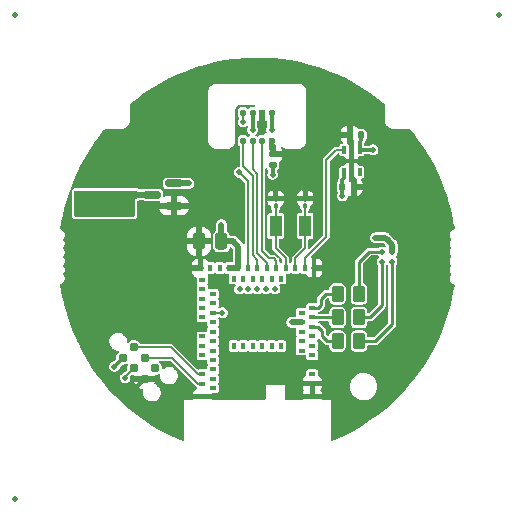
<source format=gbr>
%TF.GenerationSoftware,KiCad,Pcbnew,7.0.6-7.0.6~ubuntu23.04.1*%
%TF.CreationDate,2023-08-08T21:58:14-04:00*%
%TF.ProjectId,EnviroPuck,456e7669-726f-4507-9563-6b2e6b696361,rev?*%
%TF.SameCoordinates,Original*%
%TF.FileFunction,Copper,L1,Top*%
%TF.FilePolarity,Positive*%
%FSLAX46Y46*%
G04 Gerber Fmt 4.6, Leading zero omitted, Abs format (unit mm)*
G04 Created by KiCad (PCBNEW 7.0.6-7.0.6~ubuntu23.04.1) date 2023-08-08 21:58:14*
%MOMM*%
%LPD*%
G01*
G04 APERTURE LIST*
G04 Aperture macros list*
%AMRoundRect*
0 Rectangle with rounded corners*
0 $1 Rounding radius*
0 $2 $3 $4 $5 $6 $7 $8 $9 X,Y pos of 4 corners*
0 Add a 4 corners polygon primitive as box body*
4,1,4,$2,$3,$4,$5,$6,$7,$8,$9,$2,$3,0*
0 Add four circle primitives for the rounded corners*
1,1,$1+$1,$2,$3*
1,1,$1+$1,$4,$5*
1,1,$1+$1,$6,$7*
1,1,$1+$1,$8,$9*
0 Add four rect primitives between the rounded corners*
20,1,$1+$1,$2,$3,$4,$5,0*
20,1,$1+$1,$4,$5,$6,$7,0*
20,1,$1+$1,$6,$7,$8,$9,0*
20,1,$1+$1,$8,$9,$2,$3,0*%
G04 Aperture macros list end*
%TA.AperFunction,SMDPad,CuDef*%
%ADD10C,0.500000*%
%TD*%
%TA.AperFunction,SMDPad,CuDef*%
%ADD11R,1.000000X1.800000*%
%TD*%
%TA.AperFunction,SMDPad,CuDef*%
%ADD12RoundRect,0.250000X0.262500X0.450000X-0.262500X0.450000X-0.262500X-0.450000X0.262500X-0.450000X0*%
%TD*%
%TA.AperFunction,SMDPad,CuDef*%
%ADD13RoundRect,0.150000X0.587500X0.150000X-0.587500X0.150000X-0.587500X-0.150000X0.587500X-0.150000X0*%
%TD*%
%TA.AperFunction,SMDPad,CuDef*%
%ADD14RoundRect,0.140000X0.170000X-0.140000X0.170000X0.140000X-0.170000X0.140000X-0.170000X-0.140000X0*%
%TD*%
%TA.AperFunction,SMDPad,CuDef*%
%ADD15RoundRect,0.100000X0.100000X-0.130000X0.100000X0.130000X-0.100000X0.130000X-0.100000X-0.130000X0*%
%TD*%
%TA.AperFunction,SMDPad,CuDef*%
%ADD16RoundRect,0.250000X0.250000X0.475000X-0.250000X0.475000X-0.250000X-0.475000X0.250000X-0.475000X0*%
%TD*%
%TA.AperFunction,SMDPad,CuDef*%
%ADD17RoundRect,0.140000X0.140000X0.170000X-0.140000X0.170000X-0.140000X-0.170000X0.140000X-0.170000X0*%
%TD*%
%TA.AperFunction,SMDPad,CuDef*%
%ADD18RoundRect,0.140000X-0.140000X-0.170000X0.140000X-0.170000X0.140000X0.170000X-0.140000X0.170000X0*%
%TD*%
%TA.AperFunction,SMDPad,CuDef*%
%ADD19RoundRect,0.112500X0.112500X0.112500X-0.112500X0.112500X-0.112500X-0.112500X0.112500X-0.112500X0*%
%TD*%
%TA.AperFunction,SMDPad,CuDef*%
%ADD20R,0.600000X0.400000*%
%TD*%
%TA.AperFunction,SMDPad,CuDef*%
%ADD21R,0.400000X0.600000*%
%TD*%
%TA.AperFunction,SMDPad,CuDef*%
%ADD22R,0.400000X0.650000*%
%TD*%
%TA.AperFunction,ConnectorPad*%
%ADD23C,0.787400*%
%TD*%
%TA.AperFunction,SMDPad,CuDef*%
%ADD24RoundRect,0.125000X0.125000X0.137500X-0.125000X0.137500X-0.125000X-0.137500X0.125000X-0.137500X0*%
%TD*%
%TA.AperFunction,ViaPad*%
%ADD25C,0.500000*%
%TD*%
%TA.AperFunction,Conductor*%
%ADD26C,0.500000*%
%TD*%
%TA.AperFunction,Conductor*%
%ADD27C,0.150000*%
%TD*%
%TA.AperFunction,Conductor*%
%ADD28C,0.300000*%
%TD*%
%TA.AperFunction,Conductor*%
%ADD29C,0.250000*%
%TD*%
%TA.AperFunction,Conductor*%
%ADD30C,0.200000*%
%TD*%
%TA.AperFunction,Conductor*%
%ADD31C,0.550000*%
%TD*%
G04 APERTURE END LIST*
D10*
%TO.P,REF\u002A\u002A,*%
%TO.N,*%
X-20500000Y-20500000D03*
%TD*%
%TO.P,REF\u002A\u002A,*%
%TO.N,*%
X-20500000Y20500000D03*
%TD*%
%TO.P,REF\u002A\u002A,*%
%TO.N,*%
X20500000Y20500000D03*
%TD*%
D11*
%TO.P,Y1,1,1*%
%TO.N,Net-(U3-XL2{slash}P0.01)*%
X1550000Y2600000D03*
%TO.P,Y1,2,2*%
%TO.N,Net-(U3-XL1{slash}P0.00)*%
X4050000Y2600000D03*
%TD*%
D12*
%TO.P,R5,1*%
%TO.N,Net-(D1-RK)*%
X8612500Y-7150000D03*
%TO.P,R5,2*%
%TO.N,/R*%
X6787500Y-7150000D03*
%TD*%
%TO.P,R4,1*%
%TO.N,Net-(D1-GK)*%
X8612500Y-5150000D03*
%TO.P,R4,2*%
%TO.N,/G*%
X6787500Y-5150000D03*
%TD*%
%TO.P,R3,1*%
%TO.N,Net-(D1-BK)*%
X8612500Y-3150000D03*
%TO.P,R3,2*%
%TO.N,/B*%
X6787500Y-3150000D03*
%TD*%
D13*
%TO.P,Q1,3,D*%
%TO.N,Net-(BT1-+)*%
X-8937500Y5250000D03*
%TO.P,Q1,2,S*%
%TO.N,+BATT*%
X-7062500Y6200000D03*
%TO.P,Q1,1,G*%
%TO.N,GND*%
X-7062500Y4300000D03*
%TD*%
D14*
%TO.P,C6,1*%
%TO.N,/VDD_BME680*%
X1300000Y7745000D03*
%TO.P,C6,2*%
%TO.N,GND*%
X1300000Y8705000D03*
%TD*%
D15*
%TO.P,C5,1*%
%TO.N,Net-(U3-XL2{slash}P0.01)*%
X1550000Y4280000D03*
%TO.P,C5,2*%
%TO.N,GND*%
X1550000Y4920000D03*
%TD*%
D16*
%TO.P,C4,1*%
%TO.N,+BATT*%
X-3050000Y1300000D03*
%TO.P,C4,2*%
%TO.N,GND*%
X-4950000Y1300000D03*
%TD*%
D15*
%TO.P,C3,1*%
%TO.N,Net-(U3-XL1{slash}P0.00)*%
X4050000Y4280000D03*
%TO.P,C3,2*%
%TO.N,GND*%
X4050000Y4920000D03*
%TD*%
D17*
%TO.P,C2,1*%
%TO.N,/VDD_BME680*%
X8805000Y10300000D03*
%TO.P,C2,2*%
%TO.N,GND*%
X7845000Y10300000D03*
%TD*%
D18*
%TO.P,C1,1*%
%TO.N,+BATT*%
X7195000Y5925000D03*
%TO.P,C1,2*%
%TO.N,GND*%
X8155000Y5925000D03*
%TD*%
D19*
%TO.P,D1,1,RK*%
%TO.N,Net-(D1-RK)*%
X11425000Y-425000D03*
%TO.P,D1,2,GK*%
%TO.N,Net-(D1-GK)*%
X10575000Y-425000D03*
%TO.P,D1,3,BK*%
%TO.N,Net-(D1-BK)*%
X10575000Y425000D03*
%TO.P,D1,4,A*%
%TO.N,+BATT*%
X11425000Y425000D03*
%TD*%
D20*
%TO.P,U3,1,GND*%
%TO.N,GND*%
X4650000Y-11850000D03*
%TO.P,U3,2,GND*%
X4650000Y-10750000D03*
%TO.P,U3,3,P1.10*%
%TO.N,unconnected-(U3-P1.10-Pad3)*%
X4650000Y-9950000D03*
%TO.P,U3,4,P1.11*%
%TO.N,unconnected-(U3-P1.11-Pad4)*%
X4650000Y-8350000D03*
%TO.P,U3,5,P1.12*%
%TO.N,unconnected-(U3-P1.12-Pad5)*%
X3750000Y-7950000D03*
%TO.P,U3,6,P1.13*%
%TO.N,unconnected-(U3-P1.13-Pad6)*%
X4650000Y-7550000D03*
%TO.P,U3,7,P1.14*%
%TO.N,unconnected-(U3-P1.14-Pad7)*%
X3750000Y-7150000D03*
%TO.P,U3,8,P1.15*%
%TO.N,unconnected-(U3-P1.15-Pad8)*%
X4650000Y-6750000D03*
%TO.P,U3,9,P0.03/AIN1*%
%TO.N,unconnected-(U3-P0.03{slash}AIN1-Pad9)*%
X3750000Y-6350000D03*
%TO.P,U3,10,P0.29/AIN5*%
%TO.N,/R*%
X4650000Y-5950000D03*
%TO.P,U3,11,P0.02/AIN0*%
%TO.N,+BATT*%
X3750000Y-5550000D03*
%TO.P,U3,12,P0.31/AIN7*%
%TO.N,/G*%
X4650000Y-5150000D03*
%TO.P,U3,13,P0.28/AIN4*%
%TO.N,unconnected-(U3-P0.28{slash}AIN4-Pad13)*%
X3750000Y-4750000D03*
%TO.P,U3,14,P0.30/AIN6*%
%TO.N,/B*%
X4650000Y-4350000D03*
D21*
%TO.P,U3,15,GND*%
%TO.N,GND*%
X4800000Y-950000D03*
%TO.P,U3,16,P0.27*%
%TO.N,/BME680_EN*%
X4000000Y-950000D03*
%TO.P,U3,17,XL1/P0.00*%
%TO.N,Net-(U3-XL1{slash}P0.00)*%
X3200000Y-950000D03*
%TO.P,U3,18,XL2/P0.01*%
%TO.N,Net-(U3-XL2{slash}P0.01)*%
X2400000Y-950000D03*
%TO.P,U3,19,P0.26*%
%TO.N,unconnected-(U3-P0.26-Pad19)*%
X2000000Y-1850000D03*
%TO.P,U3,20,P0.04/AIN2*%
%TO.N,/~{CS}*%
X1600000Y-950000D03*
%TO.P,U3,21,P0.05/AIN3*%
%TO.N,unconnected-(U3-P0.05{slash}AIN3-Pad21)*%
X1200000Y-1850000D03*
%TO.P,U3,22,P0.06*%
%TO.N,/MOSI*%
X800000Y-950000D03*
%TO.P,U3,23,TRACECLK/P0.07*%
%TO.N,unconnected-(U3-TRACECLK{slash}P0.07-Pad23)*%
X400000Y-1850000D03*
%TO.P,U3,24,P0.08*%
%TO.N,/SCK*%
X0Y-950000D03*
%TO.P,U3,25,P1.08*%
%TO.N,unconnected-(U3-P1.08-Pad25)*%
X-400000Y-1850000D03*
%TO.P,U3,26,TRACEDATA3/P1.09*%
%TO.N,/MISO*%
X-800000Y-950000D03*
%TO.P,U3,27,TRACEDATA2/P0.11*%
%TO.N,unconnected-(U3-TRACEDATA2{slash}P0.11-Pad27)*%
X-1200000Y-1850000D03*
%TO.P,U3,28,VDD*%
%TO.N,+BATT*%
X-1600000Y-950000D03*
%TO.P,U3,29,TRACEDATA1/P0.12*%
%TO.N,unconnected-(U3-TRACEDATA1{slash}P0.12-Pad29)*%
X-2000000Y-1850000D03*
%TO.P,U3,30,VDDH*%
%TO.N,+BATT*%
X-2400000Y-950000D03*
%TO.P,U3,31,DCCH*%
%TO.N,unconnected-(U3-DCCH-Pad31)*%
X-3200000Y-950000D03*
%TO.P,U3,32,VBUS*%
%TO.N,unconnected-(U3-VBUS-Pad32)*%
X-4000000Y-950000D03*
%TO.P,U3,33,GND*%
%TO.N,GND*%
X-4800000Y-950000D03*
D20*
%TO.P,U3,34,D-*%
%TO.N,unconnected-(U3-D--Pad34)*%
X-4650000Y-1950000D03*
%TO.P,U3,35,D+*%
%TO.N,unconnected-(U3-D+-Pad35)*%
X-4650000Y-2750000D03*
%TO.P,U3,36,P0.14*%
%TO.N,unconnected-(U3-P0.14-Pad36)*%
X-3750000Y-3150000D03*
%TO.P,U3,37,P0.13*%
%TO.N,unconnected-(U3-P0.13-Pad37)*%
X-4650000Y-3550000D03*
%TO.P,U3,38,P0.16*%
%TO.N,unconnected-(U3-P0.16-Pad38)*%
X-3750000Y-3950000D03*
%TO.P,U3,39,P0.15*%
%TO.N,unconnected-(U3-P0.15-Pad39)*%
X-4650000Y-4350000D03*
%TO.P,U3,40,~{RESET}/P0.18*%
%TO.N,/~{RST}*%
X-3750000Y-4750000D03*
%TO.P,U3,41,P0.17*%
%TO.N,unconnected-(U3-P0.17-Pad41)*%
X-4650000Y-5150000D03*
%TO.P,U3,42,P0.19*%
%TO.N,unconnected-(U3-P0.19-Pad42)*%
X-3750000Y-5550000D03*
%TO.P,U3,43,P0.21*%
%TO.N,unconnected-(U3-P0.21-Pad43)*%
X-3750000Y-6350000D03*
%TO.P,U3,44,P0.20*%
%TO.N,unconnected-(U3-P0.20-Pad44)*%
X-4650000Y-6750000D03*
%TO.P,U3,45,P0.23*%
%TO.N,unconnected-(U3-P0.23-Pad45)*%
X-3750000Y-7150000D03*
%TO.P,U3,46,P0.22*%
%TO.N,unconnected-(U3-P0.22-Pad46)*%
X-4650000Y-7550000D03*
%TO.P,U3,47,TRACEDATA0/P1.00*%
%TO.N,unconnected-(U3-TRACEDATA0{slash}P1.00-Pad47)*%
X-3750000Y-7950000D03*
%TO.P,U3,48,P0.24*%
%TO.N,unconnected-(U3-P0.24-Pad48)*%
X-4650000Y-8350000D03*
%TO.P,U3,49,P0.25*%
%TO.N,unconnected-(U3-P0.25-Pad49)*%
X-3750000Y-8750000D03*
%TO.P,U3,50,P1.02*%
%TO.N,unconnected-(U3-P1.02-Pad50)*%
X-3750000Y-9550000D03*
%TO.P,U3,51,SWDIO*%
%TO.N,/SWDIO*%
X-4650000Y-9950000D03*
%TO.P,U3,52,P0.09/NFC1*%
%TO.N,unconnected-(U3-P0.09{slash}NFC1-Pad52)*%
X-3750000Y-10350000D03*
%TO.P,U3,53,SWDCLK*%
%TO.N,/SWCLK*%
X-4650000Y-10750000D03*
%TO.P,U3,54,P0.10/NFC2*%
%TO.N,unconnected-(U3-P0.10{slash}NFC2-Pad54)*%
X-3750000Y-11150000D03*
%TO.P,U3,55,GND*%
%TO.N,GND*%
X-4650000Y-11850000D03*
D21*
%TO.P,U3,56,P1.04*%
%TO.N,unconnected-(U3-P1.04-Pad56)*%
X2000000Y-7550000D03*
%TO.P,U3,57,P1.06*%
%TO.N,unconnected-(U3-P1.06-Pad57)*%
X1200000Y-7550000D03*
%TO.P,U3,58,P1.07*%
%TO.N,unconnected-(U3-P1.07-Pad58)*%
X400000Y-7550000D03*
%TO.P,U3,59,P1.05*%
%TO.N,unconnected-(U3-P1.05-Pad59)*%
X-400000Y-7550000D03*
%TO.P,U3,60,P1.03*%
%TO.N,unconnected-(U3-P1.03-Pad60)*%
X-1200000Y-7550000D03*
%TO.P,U3,61,P1.01*%
%TO.N,unconnected-(U3-P1.01-Pad61)*%
X-2000000Y-7550000D03*
%TD*%
D22*
%TO.P,U1,1,OUT*%
%TO.N,/VDD_BME680*%
X8650000Y9050000D03*
%TO.P,U1,2,GND*%
%TO.N,GND*%
X8000000Y9050000D03*
%TO.P,U1,3,ON*%
%TO.N,/BME680_EN*%
X7350000Y9050000D03*
%TO.P,U1,4,IN*%
%TO.N,+BATT*%
X7350000Y7150000D03*
%TO.P,U1,5,GND*%
%TO.N,GND*%
X8000000Y7150000D03*
%TO.P,U1,6,NC*%
%TO.N,unconnected-(U1-NC-Pad6)*%
X8650000Y7150000D03*
%TD*%
D23*
%TO.P,J1,1,VCC*%
%TO.N,+BATT*%
X-11347038Y-8550987D03*
%TO.P,J1,2,SWDIO*%
%TO.N,/SWDIO*%
X-10449013Y-7652962D03*
%TO.P,J1,3,~{RESET}*%
%TO.N,/~{RST}*%
X-10449013Y-9449013D03*
%TO.P,J1,4,SWCLK*%
%TO.N,/SWCLK*%
X-9550987Y-8550987D03*
%TO.P,J1,5,GND*%
%TO.N,GND*%
X-9550987Y-10347038D03*
%TO.P,J1,6,SWO*%
%TO.N,unconnected-(J1-SWO-Pad6)*%
X-8652962Y-9449013D03*
%TD*%
D24*
%TO.P,U2,8,VDD*%
%TO.N,/VDD_BME680*%
X1200000Y12187500D03*
%TO.P,U2,7,GND*%
%TO.N,GND*%
X400000Y12187500D03*
%TO.P,U2,6,VDDIO*%
%TO.N,/VDD_BME680*%
X-400000Y12187500D03*
%TO.P,U2,5,SDO*%
%TO.N,/MISO*%
X-1200000Y12187500D03*
%TO.P,U2,4,SCK*%
%TO.N,/SCK*%
X-1200000Y9812500D03*
%TO.P,U2,3,SDI*%
%TO.N,/MOSI*%
X-400000Y9812500D03*
%TO.P,U2,2,CSB*%
%TO.N,/~{CS}*%
X400000Y9812500D03*
%TO.P,U2,1,GND*%
%TO.N,GND*%
X1200000Y9812500D03*
%TD*%
D25*
%TO.N,GND*%
X-13000000Y-5000000D03*
X13000000Y-5000000D03*
X13000000Y5000000D03*
%TO.N,/~{RST}*%
X-11200000Y-10250000D03*
X-2950000Y-4750000D03*
%TO.N,GND*%
X-10250000Y-11050000D03*
%TO.N,+BATT*%
X-12100000Y-9300000D03*
%TO.N,GND*%
X4050000Y5650000D03*
X1550000Y5650000D03*
%TO.N,/VDD_BME680*%
X9800000Y9050000D03*
%TO.N,GND*%
X8150000Y5150000D03*
%TO.N,+BATT*%
X7200000Y5150000D03*
%TO.N,GND*%
X7850000Y11100000D03*
X2200000Y8700000D03*
%TO.N,/VDD_BME680*%
X1300000Y6950000D03*
X1200000Y10750000D03*
X-400000Y10750000D03*
%TO.N,GND*%
X400000Y11400000D03*
%TO.N,/MISO*%
X-1200000Y11400000D03*
X-1550000Y7150000D03*
%TO.N,+BATT*%
X2900000Y-5550000D03*
%TO.N,GND*%
X6050000Y-950000D03*
X-5800000Y-950000D03*
%TO.N,+BATT*%
X10000498Y1600000D03*
%TO.N,GND*%
X6150000Y-10750000D03*
X6150000Y-11550000D03*
X-5750000Y-11550000D03*
%TO.N,+BATT*%
X-3050000Y2700000D03*
%TO.N,GND*%
X-6000000Y1300000D03*
%TO.N,+BATT*%
X-5800000Y6200000D03*
%TO.N,GND*%
X-5800000Y4300000D03*
%TO.N,Net-(BT1-+)*%
X-13000000Y4000000D03*
X-14000000Y4000000D03*
X-15000000Y4000000D03*
X-15000000Y5000000D03*
X-11000000Y5000000D03*
X-11000000Y4000000D03*
X-12000000Y4000000D03*
X-12000000Y5000000D03*
X-13000000Y5000000D03*
X-14000000Y5000000D03*
%TO.N,*%
X1500000Y-2750000D03*
X750000Y-2750000D03*
X0Y-2750000D03*
X-750000Y-2750000D03*
X-1500000Y-2750000D03*
%TD*%
D26*
%TO.N,+BATT*%
X10850000Y1600000D02*
X10000498Y1600000D01*
X11050000Y1400000D02*
X10850000Y1600000D01*
X11425000Y1025000D02*
X11050000Y1400000D01*
X11425000Y425000D02*
X11425000Y1025000D01*
D27*
%TO.N,/~{RST}*%
X-11200000Y-10200000D02*
X-10449013Y-9449013D01*
X-3750000Y-4750000D02*
X-2950000Y-4750000D01*
X-11200000Y-10250000D02*
X-11200000Y-10200000D01*
%TO.N,/SWCLK*%
X-9550987Y-8550987D02*
X-7249013Y-8550987D01*
X-7249013Y-8550987D02*
X-5050000Y-10750000D01*
X-5050000Y-10750000D02*
X-4650000Y-10750000D01*
%TO.N,/SWDIO*%
X-10449013Y-7652962D02*
X-7347038Y-7652962D01*
X-7347038Y-7652962D02*
X-5050000Y-9950000D01*
X-5050000Y-9950000D02*
X-4650000Y-9950000D01*
D28*
%TO.N,GND*%
X-9550987Y-10350987D02*
X-10250000Y-11050000D01*
X-9550987Y-10347038D02*
X-9550987Y-10350987D01*
%TO.N,+BATT*%
X-11350987Y-8550987D02*
X-12100000Y-9300000D01*
X-11347038Y-8550987D02*
X-11350987Y-8550987D01*
%TO.N,GND*%
X4050000Y4920000D02*
X4050000Y5650000D01*
X1550000Y4920000D02*
X1550000Y5650000D01*
D27*
%TO.N,Net-(U3-XL2{slash}P0.01)*%
X1550000Y2600000D02*
X1550000Y4280000D01*
%TO.N,Net-(U3-XL1{slash}P0.00)*%
X4050000Y2600000D02*
X4050000Y4280000D01*
X3200000Y-950000D02*
X3200000Y-150000D01*
X3200000Y-150000D02*
X4050000Y700000D01*
X4050000Y700000D02*
X4050000Y2600000D01*
%TO.N,Net-(U3-XL2{slash}P0.01)*%
X2400000Y-950000D02*
X2400000Y-150000D01*
X2400000Y-150000D02*
X1550000Y700000D01*
X1550000Y700000D02*
X1550000Y2600000D01*
%TO.N,/BME680_EN*%
X7350000Y9050000D02*
X6700000Y9050000D01*
X6700000Y9050000D02*
X5850000Y8200000D01*
X5850000Y8200000D02*
X5850000Y1700000D01*
X5850000Y1700000D02*
X4000000Y-150000D01*
X4000000Y-150000D02*
X4000000Y-950000D01*
D28*
%TO.N,/VDD_BME680*%
X8650000Y9050000D02*
X9800000Y9050000D01*
%TO.N,GND*%
X8000000Y7150000D02*
X8000000Y6600000D01*
X8155000Y6445000D02*
X8155000Y5925000D01*
X8000000Y6600000D02*
X8155000Y6445000D01*
X8155000Y5155000D02*
X8150000Y5150000D01*
X8155000Y5925000D02*
X8155000Y5155000D01*
%TO.N,+BATT*%
X7195000Y5155000D02*
X7200000Y5150000D01*
X7195000Y5925000D02*
X7195000Y5155000D01*
X7350000Y7150000D02*
X7350000Y6650000D01*
X7350000Y6650000D02*
X7195000Y6495000D01*
X7195000Y6495000D02*
X7195000Y5925000D01*
%TO.N,/VDD_BME680*%
X8805000Y10300000D02*
X8805000Y9855000D01*
X8805000Y9855000D02*
X8650000Y9700000D01*
X8650000Y9700000D02*
X8650000Y9050000D01*
%TO.N,GND*%
X7845000Y11095000D02*
X7850000Y11100000D01*
X7845000Y10300000D02*
X7845000Y11095000D01*
X7845000Y10300000D02*
X7845000Y9855000D01*
X7845000Y9855000D02*
X8000000Y9700000D01*
X8000000Y9700000D02*
X8000000Y9050000D01*
X2195000Y8705000D02*
X2200000Y8700000D01*
X1300000Y8705000D02*
X2195000Y8705000D01*
X1200000Y9350000D02*
X1300000Y9250000D01*
X1200000Y9812500D02*
X1200000Y9350000D01*
X1300000Y9250000D02*
X1300000Y8705000D01*
%TO.N,/VDD_BME680*%
X1300000Y7745000D02*
X1300000Y6950000D01*
X-400000Y12187500D02*
X-400000Y10750000D01*
X1200000Y12187500D02*
X1200000Y10750000D01*
%TO.N,GND*%
X400000Y12187500D02*
X400000Y11400000D01*
D27*
%TO.N,/~{CS}*%
X1600000Y-950000D02*
X1600000Y-350000D01*
X1600000Y-350000D02*
X1400000Y-150000D01*
X1400000Y-150000D02*
X1000000Y-150000D01*
X1000000Y-150000D02*
X400000Y450000D01*
X400000Y450000D02*
X400000Y9812500D01*
%TO.N,/MOSI*%
X-400000Y9812500D02*
X-400000Y7400000D01*
X800000Y-500000D02*
X800000Y-950000D01*
X-400000Y7400000D02*
X0Y7000000D01*
X0Y7000000D02*
X0Y300000D01*
X0Y300000D02*
X800000Y-500000D01*
%TO.N,/SCK*%
X0Y-950000D02*
X0Y-250000D01*
X0Y-250000D02*
X-400000Y150000D01*
X-400000Y150000D02*
X-400000Y6850000D01*
X-400000Y6850000D02*
X-1200000Y7650000D01*
X-1200000Y7650000D02*
X-1200000Y9812500D01*
%TO.N,/MISO*%
X-800000Y-950000D02*
X-800000Y6400000D01*
X-1200000Y11400000D02*
X-1200000Y12187500D01*
X-800000Y6400000D02*
X-1550000Y7150000D01*
D26*
%TO.N,+BATT*%
X3750000Y-5550000D02*
X2900000Y-5550000D01*
%TO.N,GND*%
X4800000Y-950000D02*
X6050000Y-950000D01*
X-4800000Y-950000D02*
X-5800000Y-950000D01*
%TO.N,+BATT*%
X-2400000Y-950000D02*
X-1600000Y-950000D01*
X-3050000Y1300000D02*
X-2050000Y1300000D01*
X-2050000Y1300000D02*
X-1600000Y850000D01*
X-1600000Y850000D02*
X-1600000Y-950000D01*
D29*
%TO.N,Net-(D1-RK)*%
X8612500Y-7150000D02*
X10000000Y-7150000D01*
X10000000Y-7150000D02*
X11425000Y-5725000D01*
X11425000Y-5725000D02*
X11425000Y-425000D01*
%TO.N,Net-(D1-GK)*%
X8612500Y-5150000D02*
X9550000Y-5150000D01*
X10575000Y-4125000D02*
X10575000Y-425000D01*
X9550000Y-5150000D02*
X10575000Y-4125000D01*
%TO.N,Net-(D1-BK)*%
X8612500Y-3150000D02*
X8612500Y-437500D01*
X8612500Y-437500D02*
X9475000Y425000D01*
X9475000Y425000D02*
X10575000Y425000D01*
%TO.N,/R*%
X4650000Y-5950000D02*
X5150000Y-5950000D01*
X5150000Y-5950000D02*
X5500000Y-6300000D01*
X5500000Y-6300000D02*
X5500000Y-6750000D01*
X5500000Y-6750000D02*
X5900000Y-7150000D01*
X5900000Y-7150000D02*
X6787500Y-7150000D01*
%TO.N,/B*%
X4650000Y-4350000D02*
X5150000Y-4350000D01*
X5150000Y-4350000D02*
X5400000Y-4100000D01*
X5400000Y-4100000D02*
X5400000Y-3550000D01*
X5400000Y-3550000D02*
X5800000Y-3150000D01*
X5800000Y-3150000D02*
X6787500Y-3150000D01*
%TO.N,/G*%
X4650000Y-5150000D02*
X6787500Y-5150000D01*
D30*
%TO.N,GND*%
X4650000Y-10750000D02*
X6150000Y-10750000D01*
X5850000Y-11850000D02*
X6150000Y-11550000D01*
X4650000Y-11850000D02*
X5850000Y-11850000D01*
X-5450000Y-11850000D02*
X-5750000Y-11550000D01*
X-4650000Y-11850000D02*
X-5450000Y-11850000D01*
D31*
%TO.N,+BATT*%
X-3050000Y2700000D02*
X-3050000Y1300000D01*
%TO.N,GND*%
X-4950000Y1300000D02*
X-6000000Y1300000D01*
%TO.N,+BATT*%
X-7062500Y6200000D02*
X-5800000Y6200000D01*
%TO.N,GND*%
X-7062500Y4300000D02*
X-5800000Y4300000D01*
%TD*%
%TA.AperFunction,Conductor*%
%TO.N,Net-(BT1-+)*%
G36*
X-10400000Y4900000D02*
G01*
X-10400000Y3474000D01*
X-10417313Y3426434D01*
X-10461150Y3401124D01*
X-10474000Y3400000D01*
X-15426000Y3400000D01*
X-15473566Y3417313D01*
X-15498876Y3461150D01*
X-15500000Y3474000D01*
X-15500000Y5526000D01*
X-15482687Y5573566D01*
X-15438850Y5598876D01*
X-15426000Y5600000D01*
X-10400000Y5600000D01*
X-10400000Y4900000D01*
G37*
%TD.AperFunction*%
%TD*%
%TA.AperFunction,Conductor*%
%TO.N,Net-(BT1-+)*%
G36*
X-10194764Y5582687D02*
G01*
X-10169454Y5538850D01*
X-10171268Y5505354D01*
X-10172100Y5502492D01*
X-10172296Y5500000D01*
X-8761500Y5500000D01*
X-8713934Y5482687D01*
X-8688624Y5438850D01*
X-8687500Y5426000D01*
X-8687500Y5074000D01*
X-8704813Y5026434D01*
X-8748650Y5001124D01*
X-8761500Y5000000D01*
X-10172296Y5000000D01*
X-10172100Y4997509D01*
X-10171268Y4994646D01*
X-10174623Y4944138D01*
X-10209658Y4907603D01*
X-10242330Y4900000D01*
X-10500000Y4900000D01*
X-10500000Y5600000D01*
X-10242330Y5600000D01*
X-10194764Y5582687D01*
G37*
%TD.AperFunction*%
%TD*%
%TA.AperFunction,Conductor*%
%TO.N,GND*%
G36*
X623566Y12420187D02*
G01*
X648876Y12376350D01*
X650000Y12363500D01*
X650000Y11435475D01*
X754854Y11465938D01*
X805362Y11462583D01*
X841897Y11427548D01*
X849500Y11394876D01*
X849500Y11061035D01*
X832187Y11013469D01*
X831426Y11012576D01*
X817119Y10996066D01*
X817118Y10996064D01*
X763302Y10878224D01*
X744867Y10750000D01*
X763302Y10621775D01*
X782392Y10579974D01*
X786403Y10529514D01*
X757041Y10488282D01*
X752748Y10485539D01*
X688889Y10447773D01*
X577225Y10336109D01*
X562865Y10311828D01*
X523749Y10279701D01*
X499172Y10275500D01*
X236862Y10275500D01*
X189456Y10269260D01*
X189454Y10269259D01*
X85420Y10220747D01*
X52326Y10187652D01*
X6450Y10166260D01*
X-42445Y10179361D01*
X-52326Y10187652D01*
X-85421Y10220747D01*
X-85425Y10220749D01*
X-140408Y10246388D01*
X-176200Y10282180D01*
X-180612Y10332606D01*
X-151578Y10374071D01*
X-149156Y10375697D01*
X-101951Y10406033D01*
X-17118Y10503937D01*
X36697Y10621774D01*
X55133Y10750000D01*
X36697Y10878226D01*
X-17118Y10996063D01*
X-17120Y10996065D01*
X-17120Y10996066D01*
X-31426Y11012576D01*
X-49491Y11059862D01*
X-49500Y11061035D01*
X-49500Y11394876D01*
X-32187Y11442442D01*
X11650Y11467752D01*
X45146Y11465938D01*
X150000Y11435475D01*
X150000Y12363500D01*
X167313Y12411066D01*
X211150Y12436376D01*
X224000Y12437500D01*
X576000Y12437500D01*
X623566Y12420187D01*
G37*
%TD.AperFunction*%
%TA.AperFunction,Conductor*%
G36*
X408031Y16844493D02*
G01*
X1219603Y16805238D01*
X1221378Y16805110D01*
X1470365Y16780966D01*
X2030106Y16726689D01*
X2031840Y16726479D01*
X2835880Y16609072D01*
X2837590Y16608780D01*
X3635007Y16452666D01*
X3636679Y16452296D01*
X4425644Y16257834D01*
X4427307Y16257381D01*
X5147077Y16042597D01*
X5205913Y16025040D01*
X5207591Y16024496D01*
X5974071Y15754807D01*
X5975703Y15754188D01*
X6728253Y15447785D01*
X6729851Y15447089D01*
X7098302Y15275880D01*
X7466732Y15104680D01*
X7468335Y15103887D01*
X8187765Y14726302D01*
X8189328Y14725433D01*
X8889682Y14313525D01*
X8891189Y14312590D01*
X9570832Y13867323D01*
X9572281Y13866323D01*
X10229653Y13388715D01*
X10231033Y13387660D01*
X10649971Y13051195D01*
X10649978Y13051188D01*
X10654392Y13047644D01*
X10654393Y13047642D01*
X10672466Y13033129D01*
X10674263Y13031685D01*
X10679556Y13027433D01*
X10682627Y13024671D01*
X10730278Y12976736D01*
X10740539Y12963801D01*
X10773064Y12911788D01*
X10780201Y12896899D01*
X10800381Y12838976D01*
X10804040Y12822877D01*
X10811587Y12755583D01*
X10811817Y12751453D01*
X10811813Y12710721D01*
X10811818Y12710678D01*
X10811818Y11471471D01*
X10811863Y11470772D01*
X10811858Y11420089D01*
X10844458Y11277184D01*
X10844462Y11277173D01*
X10908051Y11145101D01*
X10908053Y11145097D01*
X10979071Y11056033D01*
X10999441Y11030487D01*
X11114045Y10939086D01*
X11114050Y10939084D01*
X11114051Y10939083D01*
X11246108Y10875485D01*
X11246112Y10875484D01*
X11246116Y10875482D01*
X11389029Y10842865D01*
X11462323Y10842867D01*
X12727073Y10842867D01*
X12731111Y10842647D01*
X12796705Y10835446D01*
X12812416Y10831960D01*
X12869154Y10812689D01*
X12883741Y10805885D01*
X12934960Y10774797D01*
X12947734Y10764993D01*
X12961024Y10752270D01*
X12991026Y10723547D01*
X12995726Y10719048D01*
X12998486Y10716100D01*
X13136421Y10551690D01*
X13137475Y10550374D01*
X13630947Y9904580D01*
X13631998Y9903133D01*
X14093552Y9234457D01*
X14094532Y9232961D01*
X14523243Y8542766D01*
X14524150Y8541224D01*
X14919016Y7831114D01*
X14919847Y7829531D01*
X15279944Y7101178D01*
X15280698Y7099556D01*
X15605184Y6354657D01*
X15605858Y6353001D01*
X15893975Y5593298D01*
X15894569Y5591611D01*
X16019656Y5206633D01*
X16121393Y4893517D01*
X16145641Y4818891D01*
X16146150Y4817185D01*
X16359981Y4031825D01*
X16564345Y3136977D01*
X16597646Y2991165D01*
X16599503Y2974689D01*
X16599503Y2899342D01*
X16634459Y2701093D01*
X16703311Y2511924D01*
X16739363Y2449480D01*
X16748153Y2399630D01*
X16722843Y2355793D01*
X16685810Y2339233D01*
X16657544Y2335169D01*
X16526626Y2275380D01*
X16417860Y2181135D01*
X16417855Y2181128D01*
X16340047Y2060058D01*
X16340046Y2060054D01*
X16299500Y1921968D01*
X16299500Y1778039D01*
X16340046Y1639953D01*
X16340047Y1639949D01*
X16417127Y1520011D01*
X16428279Y1470636D01*
X16417127Y1439997D01*
X16340048Y1320058D01*
X16340046Y1320054D01*
X16299500Y1181968D01*
X16299500Y1038039D01*
X16340046Y899953D01*
X16340047Y899950D01*
X16340048Y899949D01*
X16417127Y780010D01*
X16428279Y730635D01*
X16417127Y699996D01*
X16340048Y580058D01*
X16340046Y580054D01*
X16299500Y441968D01*
X16299500Y298039D01*
X16319408Y230240D01*
X16340047Y159950D01*
X16359279Y130025D01*
X16417127Y40010D01*
X16428279Y-9365D01*
X16417127Y-40004D01*
X16340048Y-159942D01*
X16340046Y-159946D01*
X16299500Y-298032D01*
X16299500Y-441961D01*
X16338323Y-574178D01*
X16340047Y-580050D01*
X16340048Y-580051D01*
X16417127Y-699990D01*
X16428279Y-749365D01*
X16417127Y-780004D01*
X16340048Y-899942D01*
X16340046Y-899946D01*
X16299500Y-1038032D01*
X16299500Y-1181961D01*
X16340046Y-1320047D01*
X16340047Y-1320051D01*
X16417127Y-1439989D01*
X16428279Y-1489364D01*
X16417127Y-1520003D01*
X16340048Y-1639942D01*
X16340046Y-1639946D01*
X16299500Y-1778032D01*
X16299500Y-1921961D01*
X16340046Y-2060047D01*
X16340047Y-2060051D01*
X16381260Y-2124179D01*
X16417857Y-2181125D01*
X16417859Y-2181126D01*
X16417860Y-2181128D01*
X16472222Y-2228232D01*
X16526627Y-2275374D01*
X16657543Y-2335162D01*
X16676804Y-2337931D01*
X16685808Y-2339226D01*
X16730426Y-2363132D01*
X16749240Y-2410125D01*
X16739363Y-2449473D01*
X16703308Y-2511922D01*
X16634457Y-2701089D01*
X16599500Y-2899337D01*
X16599499Y-2899345D01*
X16599499Y-2974686D01*
X16597642Y-2991160D01*
X16359982Y-4031821D01*
X16146153Y-4817175D01*
X16145641Y-4818889D01*
X15894569Y-5591609D01*
X15893975Y-5593296D01*
X15605858Y-6352999D01*
X15605184Y-6354655D01*
X15280698Y-7099554D01*
X15279944Y-7101176D01*
X14919847Y-7829529D01*
X14919016Y-7831112D01*
X14524150Y-8541222D01*
X14523243Y-8542764D01*
X14094532Y-9232959D01*
X14093552Y-9234455D01*
X13631998Y-9903131D01*
X13630947Y-9904578D01*
X13137631Y-10550167D01*
X13136511Y-10551562D01*
X12612584Y-11172562D01*
X12611398Y-11173900D01*
X12058057Y-11768884D01*
X12056808Y-11770164D01*
X11475392Y-12337698D01*
X11474082Y-12338916D01*
X10865902Y-12877716D01*
X10864535Y-12878869D01*
X10231044Y-13387650D01*
X10229622Y-13388736D01*
X9572304Y-13866305D01*
X9570832Y-13867321D01*
X8891201Y-14312580D01*
X8889682Y-14313523D01*
X8189328Y-14725431D01*
X8187765Y-14726300D01*
X7468335Y-15103885D01*
X7466732Y-15104678D01*
X6729872Y-15447078D01*
X6728232Y-15447792D01*
X6301905Y-15621373D01*
X6251322Y-15623275D01*
X6211350Y-15592218D01*
X6200000Y-15552836D01*
X6200000Y-12100000D01*
X5524000Y-12100000D01*
X5476434Y-12082687D01*
X5467891Y-12067891D01*
X5450000Y-12050000D01*
X3850000Y-12050000D01*
X3836265Y-12063734D01*
X3832687Y-12073566D01*
X3788850Y-12098876D01*
X3776000Y-12100000D01*
X2374000Y-12100000D01*
X2326434Y-12082687D01*
X2301124Y-12038850D01*
X2300000Y-12026000D01*
X2300000Y-10950000D01*
X3850000Y-10950000D01*
X3850000Y-10997828D01*
X3856402Y-11057375D01*
X3856403Y-11057380D01*
X3906645Y-11192087D01*
X3906646Y-11192088D01*
X3954230Y-11255652D01*
X3968876Y-11304106D01*
X3954230Y-11344345D01*
X3906648Y-11407907D01*
X3906645Y-11407912D01*
X3856403Y-11542619D01*
X3856402Y-11542624D01*
X3850000Y-11602171D01*
X3850000Y-11650000D01*
X4450000Y-11650000D01*
X4450000Y-10950000D01*
X4850000Y-10950000D01*
X4850000Y-11650000D01*
X5450000Y-11650000D01*
X5450000Y-11602171D01*
X5443597Y-11542624D01*
X5443596Y-11542619D01*
X5393355Y-11407914D01*
X5345768Y-11344347D01*
X5331122Y-11295893D01*
X5345768Y-11255653D01*
X5393355Y-11192085D01*
X5443596Y-11057380D01*
X5443597Y-11057375D01*
X5449766Y-11000003D01*
X7844571Y-11000003D01*
X7864242Y-11212303D01*
X7864243Y-11212309D01*
X7922593Y-11417383D01*
X7922596Y-11417393D01*
X8017632Y-11608252D01*
X8017636Y-11608258D01*
X8049159Y-11650000D01*
X8146128Y-11778407D01*
X8303698Y-11922052D01*
X8484981Y-12034298D01*
X8683802Y-12111321D01*
X8893390Y-12150500D01*
X9106610Y-12150500D01*
X9316198Y-12111321D01*
X9515019Y-12034298D01*
X9696302Y-11922052D01*
X9853872Y-11778407D01*
X9982366Y-11608255D01*
X10077405Y-11417389D01*
X10135756Y-11212310D01*
X10136742Y-11201678D01*
X10155429Y-11000003D01*
X10155429Y-10999996D01*
X10135757Y-10787696D01*
X10135756Y-10787690D01*
X10112955Y-10707555D01*
X10077405Y-10582611D01*
X10071000Y-10569748D01*
X9982367Y-10391747D01*
X9982363Y-10391741D01*
X9965606Y-10369552D01*
X9853872Y-10221593D01*
X9844008Y-10212601D01*
X9753676Y-10130252D01*
X9696302Y-10077948D01*
X9686319Y-10071767D01*
X9625277Y-10033971D01*
X9515019Y-9965702D01*
X9360989Y-9906031D01*
X9316201Y-9888680D01*
X9316200Y-9888679D01*
X9316198Y-9888679D01*
X9224150Y-9871472D01*
X9106613Y-9849500D01*
X9106610Y-9849500D01*
X8893390Y-9849500D01*
X8893386Y-9849500D01*
X8768741Y-9872801D01*
X8683802Y-9888679D01*
X8683800Y-9888679D01*
X8683798Y-9888680D01*
X8508863Y-9956450D01*
X8484981Y-9965702D01*
X8484976Y-9965704D01*
X8484976Y-9965705D01*
X8303700Y-10077946D01*
X8146130Y-10221590D01*
X8017636Y-10391741D01*
X8017632Y-10391747D01*
X7922596Y-10582606D01*
X7922593Y-10582616D01*
X7864243Y-10787690D01*
X7864242Y-10787696D01*
X7844571Y-10999996D01*
X7844571Y-11000003D01*
X5449766Y-11000003D01*
X5450000Y-10997828D01*
X5450000Y-10950000D01*
X4850000Y-10950000D01*
X4450000Y-10950000D01*
X3850000Y-10950000D01*
X2300000Y-10950000D01*
X2300000Y-10850000D01*
X700000Y-10850000D01*
X700000Y-12026000D01*
X682687Y-12073566D01*
X638850Y-12098876D01*
X626000Y-12100000D01*
X-3776000Y-12100000D01*
X-3823566Y-12082687D01*
X-3832109Y-12067891D01*
X-3850000Y-12050000D01*
X-5450000Y-12050000D01*
X-5463735Y-12063734D01*
X-5467313Y-12073566D01*
X-5511150Y-12098876D01*
X-5524000Y-12100000D01*
X-6200000Y-12100000D01*
X-6200000Y-15552835D01*
X-6217313Y-15600401D01*
X-6261150Y-15625711D01*
X-6301905Y-15621372D01*
X-6728240Y-15447789D01*
X-6729880Y-15447075D01*
X-7466734Y-15104678D01*
X-7468337Y-15103885D01*
X-8187753Y-14726307D01*
X-8189316Y-14725438D01*
X-8889676Y-14313529D01*
X-8891195Y-14312586D01*
X-9570844Y-13867315D01*
X-9572307Y-13866305D01*
X-10229638Y-13388726D01*
X-10231034Y-13387658D01*
X-10864538Y-12878869D01*
X-10865905Y-12877716D01*
X-11474084Y-12338916D01*
X-11475381Y-12337710D01*
X-12056817Y-11770157D01*
X-12058059Y-11768884D01*
X-12611400Y-11173900D01*
X-12612565Y-11172585D01*
X-13136524Y-10551550D01*
X-13137633Y-10550168D01*
X-13630956Y-9904567D01*
X-13632007Y-9903121D01*
X-14048313Y-9300000D01*
X-12555133Y-9300000D01*
X-12536698Y-9428223D01*
X-12536698Y-9428224D01*
X-12536697Y-9428226D01*
X-12482882Y-9546063D01*
X-12398049Y-9643967D01*
X-12289069Y-9714004D01*
X-12164772Y-9750500D01*
X-12035228Y-9750500D01*
X-11910931Y-9714004D01*
X-11801951Y-9643967D01*
X-11717118Y-9546063D01*
X-11663303Y-9428226D01*
X-11655182Y-9371736D01*
X-11634263Y-9329943D01*
X-11467919Y-9163599D01*
X-11422044Y-9142208D01*
X-11405940Y-9142558D01*
X-11347038Y-9150314D01*
X-11191921Y-9129892D01*
X-11077002Y-9082290D01*
X-11026433Y-9080083D01*
X-10986274Y-9110898D01*
X-10975318Y-9160317D01*
X-10980318Y-9178976D01*
X-11027918Y-9293893D01*
X-11027919Y-9293897D01*
X-11048340Y-9449012D01*
X-11028706Y-9598145D01*
X-11039662Y-9647564D01*
X-11049747Y-9660130D01*
X-11167442Y-9777826D01*
X-11213318Y-9799218D01*
X-11219768Y-9799500D01*
X-11264772Y-9799500D01*
X-11389069Y-9835995D01*
X-11498046Y-9906031D01*
X-11498050Y-9906034D01*
X-11582881Y-10003935D01*
X-11582882Y-10003936D01*
X-11582882Y-10003937D01*
X-11587238Y-10013475D01*
X-11636698Y-10121776D01*
X-11655133Y-10250000D01*
X-11636698Y-10378223D01*
X-11636698Y-10378224D01*
X-11636697Y-10378226D01*
X-11582882Y-10496063D01*
X-11498049Y-10593967D01*
X-11389069Y-10664004D01*
X-11264772Y-10700500D01*
X-11135228Y-10700500D01*
X-11010931Y-10664004D01*
X-10906730Y-10597038D01*
X-10409450Y-10597038D01*
X-10371921Y-10712539D01*
X-10371922Y-10712539D01*
X-10277991Y-10875231D01*
X-10277988Y-10875236D01*
X-10152281Y-11014847D01*
X-10000306Y-11125264D01*
X-10000299Y-11125268D01*
X-9828679Y-11201678D01*
X-9828677Y-11201679D01*
X-9699011Y-11229240D01*
X-9656083Y-11256064D01*
X-9640441Y-11304205D01*
X-9643505Y-11322846D01*
X-9661837Y-11384077D01*
X-9661838Y-11384083D01*
X-9661838Y-11384084D01*
X-9668550Y-11499324D01*
X-9671976Y-11558133D01*
X-9641701Y-11729826D01*
X-9572649Y-11889909D01*
X-9572648Y-11889910D01*
X-9468537Y-12029755D01*
X-9397125Y-12089677D01*
X-9334986Y-12141819D01*
X-9334985Y-12141819D01*
X-9334983Y-12141821D01*
X-9179184Y-12220066D01*
X-9009540Y-12260272D01*
X-8878933Y-12260272D01*
X-8749205Y-12245109D01*
X-8585376Y-12185480D01*
X-8439715Y-12089677D01*
X-8320073Y-11962865D01*
X-8232902Y-11811879D01*
X-8182900Y-11644860D01*
X-8172762Y-11470812D01*
X-8203037Y-11299118D01*
X-8272090Y-11139034D01*
X-8376201Y-10999189D01*
X-8470014Y-10920470D01*
X-8509753Y-10887124D01*
X-8665553Y-10808878D01*
X-8665555Y-10808877D01*
X-8676385Y-10806311D01*
X-8718676Y-10778495D01*
X-8733193Y-10730002D01*
X-8729696Y-10711439D01*
X-8692524Y-10597038D01*
X-10409450Y-10597038D01*
X-10906730Y-10597038D01*
X-10901951Y-10593967D01*
X-10817118Y-10496063D01*
X-10763303Y-10378226D01*
X-10744867Y-10250000D01*
X-10754117Y-10185666D01*
X-10743750Y-10136121D01*
X-10733200Y-10122814D01*
X-10660131Y-10049745D01*
X-10614256Y-10028354D01*
X-10598154Y-10028704D01*
X-10475907Y-10044799D01*
X-10431009Y-10068171D01*
X-10425701Y-10074669D01*
X-10409449Y-10097038D01*
X-9831639Y-10097038D01*
X-9784073Y-10114351D01*
X-9779313Y-10118712D01*
X-9550987Y-10347038D01*
X-9322662Y-10118712D01*
X-9276785Y-10097320D01*
X-9270335Y-10097038D01*
X-8692526Y-10097038D01*
X-8676275Y-10074670D01*
X-8634311Y-10046363D01*
X-8626084Y-10044801D01*
X-8497845Y-10027918D01*
X-8370919Y-9975344D01*
X-8353302Y-9968047D01*
X-8353302Y-9968046D01*
X-8353298Y-9968045D01*
X-8348595Y-9964435D01*
X-8300323Y-9949211D01*
X-8253555Y-9968578D01*
X-8230178Y-10013475D01*
X-8229669Y-10027443D01*
X-8235135Y-10121291D01*
X-8204860Y-10292985D01*
X-8135808Y-10453068D01*
X-8135807Y-10453069D01*
X-8031696Y-10592914D01*
X-7989607Y-10628231D01*
X-7898145Y-10704978D01*
X-7898144Y-10704978D01*
X-7898142Y-10704980D01*
X-7742343Y-10783225D01*
X-7572699Y-10823431D01*
X-7442092Y-10823431D01*
X-7312364Y-10808268D01*
X-7148535Y-10748639D01*
X-7002874Y-10652836D01*
X-6883232Y-10526024D01*
X-6796061Y-10375038D01*
X-6746059Y-10208019D01*
X-6735921Y-10033971D01*
X-6766196Y-9862277D01*
X-6835249Y-9702193D01*
X-6939360Y-9562348D01*
X-7017593Y-9496702D01*
X-7072912Y-9450283D01*
X-7228713Y-9372037D01*
X-7228717Y-9372036D01*
X-7398357Y-9331831D01*
X-7528964Y-9331831D01*
X-7658693Y-9346994D01*
X-7658697Y-9346995D01*
X-7822520Y-9406622D01*
X-7822522Y-9406622D01*
X-7941732Y-9485028D01*
X-7990986Y-9496702D01*
X-8036221Y-9473984D01*
X-8055762Y-9432862D01*
X-8074057Y-9293896D01*
X-8133930Y-9149350D01*
X-8173582Y-9097674D01*
X-8229170Y-9025229D01*
X-8229175Y-9025224D01*
X-8301473Y-8969748D01*
X-8315227Y-8959194D01*
X-8342424Y-8916503D01*
X-8335817Y-8866317D01*
X-8298496Y-8832120D01*
X-8270178Y-8826487D01*
X-7393781Y-8826487D01*
X-7346215Y-8843800D01*
X-7341455Y-8848161D01*
X-5269146Y-10920470D01*
X-5259944Y-10931683D01*
X-5254877Y-10939267D01*
X-5248624Y-10948624D01*
X-5225624Y-10963992D01*
X-5225622Y-10963994D01*
X-5217010Y-10969748D01*
X-5158674Y-11008727D01*
X-5138260Y-11029140D01*
X-5106014Y-11077398D01*
X-5093982Y-11126565D01*
X-5116369Y-11171965D01*
X-5141681Y-11187845D01*
X-5192089Y-11206646D01*
X-5307189Y-11292811D01*
X-5393354Y-11407911D01*
X-5393355Y-11407912D01*
X-5443597Y-11542619D01*
X-5443598Y-11542624D01*
X-5450000Y-11602171D01*
X-5450000Y-11650000D01*
X-3850000Y-11650000D01*
X-3850000Y-11624500D01*
X-3832687Y-11576934D01*
X-3788850Y-11551624D01*
X-3776000Y-11550500D01*
X-3430254Y-11550500D01*
X-3430252Y-11550500D01*
X-3371769Y-11538867D01*
X-3305448Y-11494552D01*
X-3261133Y-11428231D01*
X-3249500Y-11369748D01*
X-3249500Y-10930252D01*
X-3261133Y-10871769D01*
X-3305448Y-10805448D01*
X-3305452Y-10805445D01*
X-3308571Y-10802326D01*
X-3329963Y-10756450D01*
X-3316862Y-10707555D01*
X-3308571Y-10697674D01*
X-3305455Y-10694556D01*
X-3305448Y-10694552D01*
X-3261133Y-10628231D01*
X-3249500Y-10569748D01*
X-3249500Y-10550000D01*
X3850000Y-10550000D01*
X5450000Y-10550000D01*
X5450000Y-10502171D01*
X5443597Y-10442624D01*
X5443596Y-10442619D01*
X5393354Y-10307912D01*
X5393353Y-10307911D01*
X5307188Y-10192811D01*
X5192087Y-10106646D01*
X5189035Y-10104979D01*
X5155585Y-10066988D01*
X5150500Y-10040031D01*
X5150500Y-9730253D01*
X5147268Y-9714004D01*
X5138867Y-9671769D01*
X5094552Y-9605448D01*
X5040831Y-9569552D01*
X5028232Y-9561133D01*
X5028233Y-9561133D01*
X4998989Y-9555316D01*
X4969748Y-9549500D01*
X4330252Y-9549500D01*
X4301010Y-9555316D01*
X4271767Y-9561133D01*
X4205449Y-9605447D01*
X4205447Y-9605449D01*
X4161133Y-9671767D01*
X4149500Y-9730253D01*
X4149500Y-10040031D01*
X4132187Y-10087597D01*
X4110965Y-10104979D01*
X4107912Y-10106646D01*
X3992811Y-10192811D01*
X3906646Y-10307911D01*
X3906645Y-10307912D01*
X3856403Y-10442619D01*
X3856402Y-10442624D01*
X3850000Y-10502171D01*
X3850000Y-10550000D01*
X-3249500Y-10550000D01*
X-3249500Y-10130252D01*
X-3261133Y-10071769D01*
X-3263663Y-10067983D01*
X-3289908Y-10028705D01*
X-3305448Y-10005448D01*
X-3305452Y-10005445D01*
X-3308571Y-10002326D01*
X-3329963Y-9956450D01*
X-3316862Y-9907555D01*
X-3308571Y-9897674D01*
X-3305455Y-9894556D01*
X-3305448Y-9894552D01*
X-3261133Y-9828231D01*
X-3249500Y-9769748D01*
X-3249500Y-9330252D01*
X-3261133Y-9271769D01*
X-3305448Y-9205448D01*
X-3305452Y-9205445D01*
X-3308571Y-9202326D01*
X-3329963Y-9156450D01*
X-3316862Y-9107555D01*
X-3308571Y-9097674D01*
X-3305455Y-9094556D01*
X-3305448Y-9094552D01*
X-3261133Y-9028231D01*
X-3249500Y-8969748D01*
X-3249500Y-8530252D01*
X-3261133Y-8471769D01*
X-3305448Y-8405448D01*
X-3305452Y-8405445D01*
X-3308571Y-8402326D01*
X-3329963Y-8356450D01*
X-3316862Y-8307555D01*
X-3308571Y-8297674D01*
X-3305455Y-8294556D01*
X-3305448Y-8294552D01*
X-3261133Y-8228231D01*
X-3249500Y-8169748D01*
X-3249500Y-7869748D01*
X-2400500Y-7869748D01*
X-2392980Y-7907555D01*
X-2388867Y-7928232D01*
X-2366882Y-7961133D01*
X-2344552Y-7994552D01*
X-2320087Y-8010899D01*
X-2278233Y-8038866D01*
X-2278232Y-8038866D01*
X-2278231Y-8038867D01*
X-2219748Y-8050500D01*
X-2219746Y-8050500D01*
X-1780254Y-8050500D01*
X-1780252Y-8050500D01*
X-1721769Y-8038867D01*
X-1655448Y-7994552D01*
X-1655444Y-7994545D01*
X-1652326Y-7991429D01*
X-1606450Y-7970037D01*
X-1557555Y-7983138D01*
X-1547674Y-7991429D01*
X-1544555Y-7994548D01*
X-1544552Y-7994552D01*
X-1520087Y-8010899D01*
X-1478233Y-8038866D01*
X-1478232Y-8038866D01*
X-1478231Y-8038867D01*
X-1419748Y-8050500D01*
X-1419746Y-8050500D01*
X-980254Y-8050500D01*
X-980252Y-8050500D01*
X-921769Y-8038867D01*
X-855448Y-7994552D01*
X-855444Y-7994545D01*
X-852326Y-7991429D01*
X-806450Y-7970037D01*
X-757555Y-7983138D01*
X-747674Y-7991429D01*
X-744555Y-7994548D01*
X-744552Y-7994552D01*
X-720087Y-8010899D01*
X-678233Y-8038866D01*
X-678232Y-8038866D01*
X-678231Y-8038867D01*
X-619748Y-8050500D01*
X-619746Y-8050500D01*
X-180254Y-8050500D01*
X-180252Y-8050500D01*
X-121769Y-8038867D01*
X-55448Y-7994552D01*
X-55444Y-7994545D01*
X-52326Y-7991429D01*
X-6450Y-7970037D01*
X42445Y-7983138D01*
X52326Y-7991429D01*
X55445Y-7994548D01*
X55448Y-7994552D01*
X79913Y-8010899D01*
X121767Y-8038866D01*
X121768Y-8038866D01*
X121769Y-8038867D01*
X180252Y-8050500D01*
X180254Y-8050500D01*
X619746Y-8050500D01*
X619748Y-8050500D01*
X678231Y-8038867D01*
X744552Y-7994552D01*
X744556Y-7994545D01*
X747674Y-7991429D01*
X793550Y-7970037D01*
X842445Y-7983138D01*
X852326Y-7991429D01*
X855445Y-7994548D01*
X855448Y-7994552D01*
X879913Y-8010899D01*
X921767Y-8038866D01*
X921768Y-8038866D01*
X921769Y-8038867D01*
X980252Y-8050500D01*
X980254Y-8050500D01*
X1419746Y-8050500D01*
X1419748Y-8050500D01*
X1478231Y-8038867D01*
X1544552Y-7994552D01*
X1544556Y-7994545D01*
X1547674Y-7991429D01*
X1593550Y-7970037D01*
X1642445Y-7983138D01*
X1652326Y-7991429D01*
X1655445Y-7994548D01*
X1655448Y-7994552D01*
X1679913Y-8010899D01*
X1721767Y-8038866D01*
X1721768Y-8038866D01*
X1721769Y-8038867D01*
X1780252Y-8050500D01*
X1780254Y-8050500D01*
X2219746Y-8050500D01*
X2219748Y-8050500D01*
X2278231Y-8038867D01*
X2344552Y-7994552D01*
X2388867Y-7928231D01*
X2400500Y-7869748D01*
X2400500Y-7230252D01*
X2388867Y-7171769D01*
X2344552Y-7105448D01*
X2297573Y-7074057D01*
X2278232Y-7061133D01*
X2278233Y-7061133D01*
X2248989Y-7055316D01*
X2219748Y-7049500D01*
X1780252Y-7049500D01*
X1751010Y-7055316D01*
X1721767Y-7061133D01*
X1655448Y-7105448D01*
X1652323Y-7108573D01*
X1606445Y-7129963D01*
X1557552Y-7116859D01*
X1547677Y-7108573D01*
X1544554Y-7105451D01*
X1544552Y-7105448D01*
X1497573Y-7074057D01*
X1478232Y-7061133D01*
X1478233Y-7061133D01*
X1448989Y-7055316D01*
X1419748Y-7049500D01*
X980252Y-7049500D01*
X951010Y-7055316D01*
X921767Y-7061133D01*
X855448Y-7105448D01*
X852323Y-7108573D01*
X806445Y-7129963D01*
X757552Y-7116859D01*
X747677Y-7108573D01*
X744554Y-7105451D01*
X744552Y-7105448D01*
X697573Y-7074057D01*
X678232Y-7061133D01*
X678233Y-7061133D01*
X648989Y-7055316D01*
X619748Y-7049500D01*
X180252Y-7049500D01*
X151010Y-7055316D01*
X121767Y-7061133D01*
X55448Y-7105448D01*
X52323Y-7108573D01*
X6445Y-7129963D01*
X-42448Y-7116859D01*
X-52323Y-7108573D01*
X-55446Y-7105451D01*
X-55448Y-7105448D01*
X-102427Y-7074057D01*
X-121768Y-7061133D01*
X-121767Y-7061133D01*
X-151011Y-7055316D01*
X-180252Y-7049500D01*
X-619748Y-7049500D01*
X-648990Y-7055316D01*
X-678233Y-7061133D01*
X-744552Y-7105448D01*
X-747677Y-7108573D01*
X-793555Y-7129963D01*
X-842448Y-7116859D01*
X-852323Y-7108573D01*
X-855446Y-7105451D01*
X-855448Y-7105448D01*
X-902427Y-7074057D01*
X-921768Y-7061133D01*
X-921767Y-7061133D01*
X-951011Y-7055316D01*
X-980252Y-7049500D01*
X-1419748Y-7049500D01*
X-1448990Y-7055316D01*
X-1478233Y-7061133D01*
X-1544552Y-7105448D01*
X-1547677Y-7108573D01*
X-1593555Y-7129963D01*
X-1642448Y-7116859D01*
X-1652323Y-7108573D01*
X-1655446Y-7105451D01*
X-1655448Y-7105448D01*
X-1702427Y-7074057D01*
X-1721768Y-7061133D01*
X-1721767Y-7061133D01*
X-1751011Y-7055316D01*
X-1780252Y-7049500D01*
X-2219748Y-7049500D01*
X-2248990Y-7055316D01*
X-2278233Y-7061133D01*
X-2344551Y-7105447D01*
X-2344553Y-7105449D01*
X-2388867Y-7171767D01*
X-2388868Y-7171769D01*
X-2388867Y-7171769D01*
X-2400500Y-7230252D01*
X-2400500Y-7869748D01*
X-3249500Y-7869748D01*
X-3249500Y-7730252D01*
X-3261133Y-7671769D01*
X-3305448Y-7605448D01*
X-3305452Y-7605445D01*
X-3308571Y-7602326D01*
X-3329963Y-7556450D01*
X-3316862Y-7507555D01*
X-3308571Y-7497674D01*
X-3305455Y-7494556D01*
X-3305448Y-7494552D01*
X-3261133Y-7428231D01*
X-3249500Y-7369748D01*
X-3249500Y-6930252D01*
X-3261133Y-6871769D01*
X-3305448Y-6805448D01*
X-3305452Y-6805445D01*
X-3308571Y-6802326D01*
X-3329963Y-6756450D01*
X-3316862Y-6707555D01*
X-3308571Y-6697674D01*
X-3305455Y-6694556D01*
X-3305448Y-6694552D01*
X-3261133Y-6628231D01*
X-3249500Y-6569748D01*
X-3249500Y-6130252D01*
X-3261133Y-6071769D01*
X-3305448Y-6005448D01*
X-3305452Y-6005445D01*
X-3308571Y-6002326D01*
X-3329963Y-5956450D01*
X-3316862Y-5907555D01*
X-3308571Y-5897674D01*
X-3305455Y-5894556D01*
X-3305448Y-5894552D01*
X-3261133Y-5828231D01*
X-3249500Y-5769748D01*
X-3249500Y-5550000D01*
X2444867Y-5550000D01*
X2450971Y-5592463D01*
X2451725Y-5597703D01*
X2451997Y-5600200D01*
X2455834Y-5651378D01*
X2457591Y-5655855D01*
X2458390Y-5657891D01*
X2462751Y-5674388D01*
X2463302Y-5678224D01*
X2463303Y-5678226D01*
X2484701Y-5725083D01*
X2485487Y-5726935D01*
X2505445Y-5777789D01*
X2505451Y-5777799D01*
X2507561Y-5780445D01*
X2517009Y-5795826D01*
X2517114Y-5796057D01*
X2517117Y-5796061D01*
X2517118Y-5796063D01*
X2521978Y-5801672D01*
X2553517Y-5838071D01*
X2590122Y-5883971D01*
X2591248Y-5885016D01*
X2597714Y-5890774D01*
X2597952Y-5890501D01*
X2601945Y-5893961D01*
X2601951Y-5893967D01*
X2613611Y-5901460D01*
X2651294Y-5925678D01*
X2696428Y-5956450D01*
X2702327Y-5960472D01*
X2702718Y-5960592D01*
X2707184Y-5962293D01*
X2710931Y-5964004D01*
X2770134Y-5981387D01*
X2832098Y-6000500D01*
X2835228Y-6000500D01*
X2964772Y-6000500D01*
X3185140Y-6000500D01*
X3232706Y-6017813D01*
X3258016Y-6061650D01*
X3257718Y-6088936D01*
X3249500Y-6130252D01*
X3249500Y-6569748D01*
X3257255Y-6608736D01*
X3261133Y-6628232D01*
X3266889Y-6636846D01*
X3305448Y-6694552D01*
X3305451Y-6694554D01*
X3308573Y-6697677D01*
X3329963Y-6743555D01*
X3316859Y-6792448D01*
X3308573Y-6802323D01*
X3305448Y-6805448D01*
X3261133Y-6871767D01*
X3257569Y-6889684D01*
X3249500Y-6930252D01*
X3249500Y-7369748D01*
X3254214Y-7393447D01*
X3261133Y-7428232D01*
X3277895Y-7453317D01*
X3305448Y-7494552D01*
X3305451Y-7494554D01*
X3308573Y-7497677D01*
X3329963Y-7543555D01*
X3316859Y-7592448D01*
X3308573Y-7602323D01*
X3305448Y-7605448D01*
X3261133Y-7671767D01*
X3261132Y-7671769D01*
X3261133Y-7671769D01*
X3251693Y-7719230D01*
X3249500Y-7730253D01*
X3249500Y-8169746D01*
X3261133Y-8228232D01*
X3289103Y-8270090D01*
X3305448Y-8294552D01*
X3342807Y-8319515D01*
X3371767Y-8338866D01*
X3371768Y-8338866D01*
X3371769Y-8338867D01*
X3430252Y-8350500D01*
X3430254Y-8350500D01*
X4073383Y-8350500D01*
X4073382Y-8351969D01*
X4117263Y-8363203D01*
X4146759Y-8404340D01*
X4149499Y-8424291D01*
X4149499Y-8569746D01*
X4161133Y-8628232D01*
X4177231Y-8652323D01*
X4205448Y-8694552D01*
X4230700Y-8711425D01*
X4271767Y-8738866D01*
X4271768Y-8738866D01*
X4271769Y-8738867D01*
X4330252Y-8750500D01*
X4330254Y-8750500D01*
X4969746Y-8750500D01*
X4969748Y-8750500D01*
X5028231Y-8738867D01*
X5094552Y-8694552D01*
X5138867Y-8628231D01*
X5150500Y-8569748D01*
X5150500Y-8130252D01*
X5138867Y-8071769D01*
X5094552Y-8005448D01*
X5094548Y-8005445D01*
X5091429Y-8002326D01*
X5070037Y-7956450D01*
X5083138Y-7907555D01*
X5091429Y-7897674D01*
X5094545Y-7894556D01*
X5094552Y-7894552D01*
X5138867Y-7828231D01*
X5150500Y-7769748D01*
X5150500Y-7330252D01*
X5138867Y-7271769D01*
X5094552Y-7205448D01*
X5094548Y-7205445D01*
X5091429Y-7202326D01*
X5070037Y-7156450D01*
X5083138Y-7107555D01*
X5091429Y-7097674D01*
X5094545Y-7094556D01*
X5094552Y-7094552D01*
X5138867Y-7028231D01*
X5141131Y-7016847D01*
X5167389Y-6973573D01*
X5215322Y-6957301D01*
X5261275Y-6974596D01*
X5278646Y-6989172D01*
X5281027Y-6991353D01*
X5658652Y-7368979D01*
X5660821Y-7371346D01*
X5687545Y-7403194D01*
X5723550Y-7423981D01*
X5726250Y-7425700D01*
X5760316Y-7449553D01*
X5764949Y-7450794D01*
X5782790Y-7458183D01*
X5786955Y-7460588D01*
X5795717Y-7462133D01*
X5827899Y-7467808D01*
X5831049Y-7468506D01*
X5871193Y-7479263D01*
X5871193Y-7479262D01*
X5871194Y-7479263D01*
X5879006Y-7478579D01*
X5912598Y-7475640D01*
X5915817Y-7475500D01*
X6000500Y-7475500D01*
X6048066Y-7492813D01*
X6073376Y-7536650D01*
X6074500Y-7549500D01*
X6074500Y-7654266D01*
X6077354Y-7684699D01*
X6077354Y-7684701D01*
X6077355Y-7684704D01*
X6122206Y-7812881D01*
X6122207Y-7812883D01*
X6202846Y-7922146D01*
X6202853Y-7922153D01*
X6312116Y-8002792D01*
X6312118Y-8002793D01*
X6440295Y-8047644D01*
X6440301Y-8047646D01*
X6470734Y-8050500D01*
X6470741Y-8050500D01*
X7104258Y-8050500D01*
X7104266Y-8050500D01*
X7134699Y-8047646D01*
X7262882Y-8002793D01*
X7362659Y-7929155D01*
X7372146Y-7922153D01*
X7372146Y-7922152D01*
X7372150Y-7922150D01*
X7452793Y-7812882D01*
X7497646Y-7684699D01*
X7500500Y-7654266D01*
X7899500Y-7654266D01*
X7902354Y-7684699D01*
X7902354Y-7684701D01*
X7902355Y-7684704D01*
X7947206Y-7812881D01*
X7947207Y-7812883D01*
X8027846Y-7922146D01*
X8027853Y-7922153D01*
X8137116Y-8002792D01*
X8137118Y-8002793D01*
X8265295Y-8047644D01*
X8265301Y-8047646D01*
X8295734Y-8050500D01*
X8295741Y-8050500D01*
X8929258Y-8050500D01*
X8929266Y-8050500D01*
X8959699Y-8047646D01*
X9087882Y-8002793D01*
X9187659Y-7929155D01*
X9197146Y-7922153D01*
X9197146Y-7922152D01*
X9197150Y-7922150D01*
X9277793Y-7812882D01*
X9322646Y-7684699D01*
X9325500Y-7654266D01*
X9325500Y-7549499D01*
X9342813Y-7501934D01*
X9386650Y-7476624D01*
X9399500Y-7475500D01*
X9984174Y-7475500D01*
X9987394Y-7475640D01*
X10006794Y-7477338D01*
X10028805Y-7479264D01*
X10028805Y-7479263D01*
X10028807Y-7479264D01*
X10068967Y-7468502D01*
X10072100Y-7467807D01*
X10113045Y-7460588D01*
X10117194Y-7458191D01*
X10135055Y-7450794D01*
X10139684Y-7449554D01*
X10173732Y-7425712D01*
X10176450Y-7423980D01*
X10212455Y-7403194D01*
X10239187Y-7371334D01*
X10241348Y-7368976D01*
X11643989Y-5966336D01*
X11646335Y-5964186D01*
X11678194Y-5937455D01*
X11698984Y-5901443D01*
X11700710Y-5898736D01*
X11724553Y-5864685D01*
X11724554Y-5864684D01*
X11725794Y-5860054D01*
X11733193Y-5842192D01*
X11735588Y-5838045D01*
X11742808Y-5797093D01*
X11743505Y-5793954D01*
X11747835Y-5777794D01*
X11754263Y-5753807D01*
X11750639Y-5712401D01*
X11750499Y-5709179D01*
X11750499Y-3271767D01*
X11750499Y-797798D01*
X11767812Y-750235D01*
X11772163Y-745485D01*
X11797850Y-719799D01*
X11844499Y-619760D01*
X11850500Y-574179D01*
X11850499Y-275822D01*
X11844499Y-230240D01*
X11797850Y-130201D01*
X11719973Y-52324D01*
X11698582Y-6450D01*
X11711682Y42444D01*
X11719968Y52320D01*
X11797850Y130201D01*
X11844499Y230240D01*
X11849738Y270041D01*
X11852390Y282182D01*
X11875500Y357098D01*
X11875499Y997618D01*
X11875732Y1001763D01*
X11877259Y1015320D01*
X11880270Y1042035D01*
X11869211Y1100480D01*
X11860348Y1159287D01*
X11860346Y1159292D01*
X11858713Y1164589D01*
X11858758Y1164603D01*
X11856899Y1170252D01*
X11856854Y1170236D01*
X11855024Y1175467D01*
X11855023Y1175472D01*
X11851593Y1181961D01*
X11827222Y1228073D01*
X11813757Y1256033D01*
X11801425Y1281642D01*
X11801423Y1281644D01*
X11801422Y1281647D01*
X11798300Y1286227D01*
X11798337Y1286253D01*
X11794893Y1291107D01*
X11794856Y1291079D01*
X11791567Y1295535D01*
X11791566Y1295538D01*
X11749505Y1337599D01*
X11709055Y1381194D01*
X11709054Y1381195D01*
X11704720Y1384651D01*
X11704748Y1384687D01*
X11694725Y1392379D01*
X11344678Y1742425D01*
X11187912Y1899191D01*
X11185145Y1902288D01*
X11169450Y1921968D01*
X11159879Y1933970D01*
X11159878Y1933971D01*
X11159877Y1933972D01*
X11110728Y1967481D01*
X11062882Y2002793D01*
X11057981Y2005383D01*
X11058002Y2005425D01*
X11052687Y2008108D01*
X11052668Y2008067D01*
X11047673Y2010473D01*
X10990822Y2028008D01*
X10955061Y2040521D01*
X10934699Y2047646D01*
X10934697Y2047647D01*
X10934695Y2047647D01*
X10929251Y2048677D01*
X10929259Y2048722D01*
X10923391Y2049719D01*
X10923385Y2049674D01*
X10917903Y2050500D01*
X10917902Y2050500D01*
X10858426Y2050500D01*
X10798994Y2052725D01*
X10793481Y2052103D01*
X10793475Y2052150D01*
X10780948Y2050500D01*
X9935726Y2050500D01*
X9905432Y2041607D01*
X9900520Y2040521D01*
X9866211Y2035349D01*
X9866209Y2035348D01*
X9843680Y2024499D01*
X9832424Y2020169D01*
X9811425Y2014003D01*
X9782062Y1995133D01*
X9778111Y1992923D01*
X9743855Y1976425D01*
X9728157Y1961861D01*
X9717840Y1953860D01*
X9702450Y1943969D01*
X9677417Y1915079D01*
X9674619Y1912185D01*
X9644304Y1884056D01*
X9644300Y1884051D01*
X9635390Y1868619D01*
X9627236Y1857167D01*
X9617616Y1846064D01*
X9617615Y1846062D01*
X9600354Y1808269D01*
X9598741Y1805140D01*
X9576400Y1766444D01*
X9573237Y1752583D01*
X9568406Y1738311D01*
X9563802Y1728230D01*
X9563800Y1728225D01*
X9557414Y1683811D01*
X9556863Y1680843D01*
X9546183Y1634051D01*
X9546976Y1623460D01*
X9546430Y1607412D01*
X9545365Y1600000D01*
X9551769Y1555450D01*
X9552223Y1552297D01*
X9552496Y1549797D01*
X9556332Y1498622D01*
X9556333Y1498620D01*
X9558888Y1492109D01*
X9563249Y1475612D01*
X9563800Y1471776D01*
X9563801Y1471774D01*
X9585199Y1424917D01*
X9585985Y1423065D01*
X9605943Y1372211D01*
X9605949Y1372201D01*
X9608059Y1369555D01*
X9617507Y1354174D01*
X9617612Y1353943D01*
X9617617Y1353936D01*
X9654015Y1311929D01*
X9690620Y1266029D01*
X9691746Y1264984D01*
X9698212Y1259226D01*
X9698450Y1259499D01*
X9702443Y1256039D01*
X9702449Y1256033D01*
X9720377Y1244512D01*
X9751792Y1224322D01*
X9802822Y1189530D01*
X9802825Y1189528D01*
X9803216Y1189408D01*
X9807682Y1187707D01*
X9811429Y1185996D01*
X9870632Y1168613D01*
X9932596Y1149500D01*
X9935726Y1149500D01*
X10065270Y1149500D01*
X10632744Y1149500D01*
X10680310Y1132187D01*
X10685070Y1127826D01*
X10828609Y984287D01*
X10845947Y966950D01*
X10867339Y921074D01*
X10854238Y872180D01*
X10812774Y843146D01*
X10772917Y843579D01*
X10769760Y844499D01*
X10767709Y844769D01*
X10724179Y850500D01*
X10724177Y850500D01*
X10425822Y850500D01*
X10380241Y844500D01*
X10380239Y844499D01*
X10280200Y797850D01*
X10254525Y772174D01*
X10208649Y750782D01*
X10202199Y750500D01*
X9490818Y750500D01*
X9487599Y750641D01*
X9477620Y751514D01*
X9446195Y754264D01*
X9446194Y754264D01*
X9406044Y743506D01*
X9402894Y742808D01*
X9361953Y735588D01*
X9361951Y735588D01*
X9357790Y733185D01*
X9339959Y725799D01*
X9335317Y724555D01*
X9335312Y724553D01*
X9301265Y700713D01*
X9298544Y698979D01*
X9262549Y678197D01*
X9262543Y678192D01*
X9235832Y646361D01*
X9233651Y643980D01*
X8393531Y-196141D01*
X8391150Y-198322D01*
X8359308Y-225042D01*
X8359305Y-225045D01*
X8338519Y-261046D01*
X8336785Y-263768D01*
X8312947Y-297812D01*
X8312945Y-297817D01*
X8311701Y-302459D01*
X8304315Y-320290D01*
X8301912Y-324451D01*
X8301912Y-324452D01*
X8294693Y-365384D01*
X8293995Y-368533D01*
X8283235Y-408692D01*
X8283235Y-408694D01*
X8285337Y-432706D01*
X8286806Y-449500D01*
X8286859Y-450098D01*
X8287000Y-453325D01*
X8287000Y-2192254D01*
X8269687Y-2239820D01*
X8237441Y-2262101D01*
X8137118Y-2297206D01*
X8137116Y-2297207D01*
X8027853Y-2377846D01*
X8027846Y-2377853D01*
X7947207Y-2487116D01*
X7947206Y-2487118D01*
X7902355Y-2615295D01*
X7902354Y-2615299D01*
X7902354Y-2615301D01*
X7899500Y-2645734D01*
X7899500Y-3654266D01*
X7902354Y-3684699D01*
X7902354Y-3684701D01*
X7902355Y-3684704D01*
X7947206Y-3812881D01*
X7947207Y-3812883D01*
X8027846Y-3922146D01*
X8027853Y-3922153D01*
X8137116Y-4002792D01*
X8137118Y-4002793D01*
X8265295Y-4047644D01*
X8265301Y-4047646D01*
X8295734Y-4050500D01*
X8295741Y-4050500D01*
X8929258Y-4050500D01*
X8929266Y-4050500D01*
X8959699Y-4047646D01*
X9087882Y-4002793D01*
X9197150Y-3922150D01*
X9277793Y-3812882D01*
X9322646Y-3684699D01*
X9325500Y-3654266D01*
X9325500Y-2645734D01*
X9322646Y-2615301D01*
X9277793Y-2487118D01*
X9267344Y-2472960D01*
X9197153Y-2377853D01*
X9197146Y-2377846D01*
X9087883Y-2297207D01*
X9087881Y-2297206D01*
X8987559Y-2262101D01*
X8948380Y-2230049D01*
X8938000Y-2192254D01*
X8938000Y-602978D01*
X8955313Y-555412D01*
X8959674Y-550652D01*
X9588153Y77826D01*
X9634030Y99218D01*
X9640479Y99500D01*
X10202199Y99500D01*
X10249765Y82187D01*
X10254526Y77825D01*
X10280025Y52325D01*
X10301417Y6448D01*
X10288314Y-42446D01*
X10280024Y-52326D01*
X10202150Y-130200D01*
X10155500Y-230241D01*
X10149500Y-275822D01*
X10149500Y-574177D01*
X10155500Y-619758D01*
X10155501Y-619760D01*
X10202150Y-719799D01*
X10227826Y-745475D01*
X10249218Y-791351D01*
X10249500Y-797801D01*
X10249500Y-3959521D01*
X10232187Y-4007087D01*
X10227826Y-4011847D01*
X9451826Y-4787847D01*
X9405950Y-4809239D01*
X9357055Y-4796138D01*
X9328021Y-4754674D01*
X9325500Y-4735521D01*
X9325500Y-4645740D01*
X9325500Y-4645739D01*
X9325500Y-4645734D01*
X9322646Y-4615301D01*
X9277793Y-4487118D01*
X9277792Y-4487116D01*
X9197153Y-4377853D01*
X9197146Y-4377846D01*
X9087883Y-4297207D01*
X9087881Y-4297206D01*
X8959704Y-4252355D01*
X8959705Y-4252355D01*
X8959700Y-4252354D01*
X8959699Y-4252354D01*
X8929266Y-4249500D01*
X8295734Y-4249500D01*
X8265301Y-4252354D01*
X8265299Y-4252354D01*
X8265295Y-4252355D01*
X8137118Y-4297206D01*
X8137116Y-4297207D01*
X8027853Y-4377846D01*
X8027846Y-4377853D01*
X7947207Y-4487116D01*
X7947206Y-4487118D01*
X7902355Y-4615295D01*
X7902354Y-4615299D01*
X7902354Y-4615301D01*
X7899500Y-4645734D01*
X7899500Y-5654266D01*
X7902354Y-5684699D01*
X7902354Y-5684701D01*
X7902355Y-5684704D01*
X7947206Y-5812881D01*
X7947207Y-5812883D01*
X8027846Y-5922146D01*
X8027853Y-5922153D01*
X8137116Y-6002792D01*
X8137118Y-6002793D01*
X8265295Y-6047644D01*
X8265301Y-6047646D01*
X8295734Y-6050500D01*
X8295741Y-6050500D01*
X8929258Y-6050500D01*
X8929266Y-6050500D01*
X8959699Y-6047646D01*
X9087882Y-6002793D01*
X9197150Y-5922150D01*
X9277793Y-5812882D01*
X9322646Y-5684699D01*
X9325500Y-5654266D01*
X9325500Y-5549499D01*
X9342813Y-5501934D01*
X9386650Y-5476624D01*
X9399500Y-5475500D01*
X9534174Y-5475500D01*
X9537394Y-5475640D01*
X9563546Y-5477928D01*
X9578805Y-5479264D01*
X9578805Y-5479263D01*
X9578807Y-5479264D01*
X9618967Y-5468502D01*
X9622100Y-5467807D01*
X9663045Y-5460588D01*
X9667194Y-5458191D01*
X9685055Y-5450794D01*
X9689684Y-5449554D01*
X9723732Y-5425712D01*
X9726450Y-5423980D01*
X9762455Y-5403194D01*
X9789187Y-5371334D01*
X9791348Y-5368976D01*
X10793983Y-4366341D01*
X10796329Y-4364191D01*
X10828194Y-4337455D01*
X10848980Y-4301450D01*
X10850712Y-4298733D01*
X10874553Y-4264685D01*
X10874554Y-4264684D01*
X10875794Y-4260054D01*
X10883193Y-4242192D01*
X10885588Y-4238045D01*
X10892807Y-4197100D01*
X10893504Y-4193960D01*
X10899992Y-4169748D01*
X10904264Y-4153807D01*
X10900640Y-4112395D01*
X10900500Y-4109173D01*
X10900500Y-797799D01*
X10917813Y-750233D01*
X10922158Y-745490D01*
X10947676Y-719972D01*
X10993549Y-698582D01*
X11042444Y-711683D01*
X11052325Y-719974D01*
X11077826Y-745475D01*
X11099218Y-791351D01*
X11099500Y-797801D01*
X11099500Y-5559521D01*
X11082187Y-5607087D01*
X11077826Y-5611847D01*
X9886848Y-6802826D01*
X9840972Y-6824218D01*
X9834522Y-6824500D01*
X9399500Y-6824500D01*
X9351934Y-6807187D01*
X9326624Y-6763350D01*
X9325500Y-6750500D01*
X9325500Y-6645740D01*
X9325500Y-6645739D01*
X9325500Y-6645734D01*
X9322646Y-6615301D01*
X9277793Y-6487118D01*
X9277792Y-6487116D01*
X9197153Y-6377853D01*
X9197146Y-6377846D01*
X9087883Y-6297207D01*
X9087881Y-6297206D01*
X8959704Y-6252355D01*
X8959705Y-6252355D01*
X8959700Y-6252354D01*
X8959699Y-6252354D01*
X8929266Y-6249500D01*
X8295734Y-6249500D01*
X8265301Y-6252354D01*
X8265299Y-6252354D01*
X8265295Y-6252355D01*
X8137118Y-6297206D01*
X8137116Y-6297207D01*
X8027853Y-6377846D01*
X8027846Y-6377853D01*
X7947207Y-6487116D01*
X7947206Y-6487118D01*
X7902355Y-6615295D01*
X7902354Y-6615299D01*
X7902354Y-6615301D01*
X7899500Y-6645734D01*
X7899500Y-7654266D01*
X7500500Y-7654266D01*
X7500500Y-6645734D01*
X7497646Y-6615301D01*
X7452793Y-6487118D01*
X7452792Y-6487116D01*
X7372153Y-6377853D01*
X7372146Y-6377846D01*
X7262883Y-6297207D01*
X7262881Y-6297206D01*
X7134704Y-6252355D01*
X7134705Y-6252355D01*
X7134700Y-6252354D01*
X7134699Y-6252354D01*
X7104266Y-6249500D01*
X6470734Y-6249500D01*
X6440301Y-6252354D01*
X6440299Y-6252354D01*
X6440295Y-6252355D01*
X6312118Y-6297206D01*
X6312116Y-6297207D01*
X6202853Y-6377846D01*
X6202846Y-6377853D01*
X6122207Y-6487116D01*
X6122206Y-6487118D01*
X6077355Y-6615295D01*
X6077354Y-6615299D01*
X6077354Y-6615301D01*
X6074500Y-6645734D01*
X6074500Y-6645739D01*
X6074500Y-6645740D01*
X6074500Y-6685521D01*
X6057187Y-6733087D01*
X6013350Y-6758397D01*
X5963500Y-6749607D01*
X5948174Y-6737847D01*
X5847173Y-6636846D01*
X5825781Y-6590970D01*
X5825499Y-6584520D01*
X5825499Y-6467369D01*
X5825499Y-6315802D01*
X5825638Y-6312628D01*
X5829264Y-6271193D01*
X5818502Y-6231033D01*
X5817806Y-6227889D01*
X5810589Y-6186958D01*
X5810588Y-6186956D01*
X5810588Y-6186955D01*
X5808186Y-6182795D01*
X5800795Y-6164949D01*
X5799554Y-6160316D01*
X5775715Y-6126270D01*
X5773979Y-6123546D01*
X5753193Y-6087543D01*
X5721347Y-6060821D01*
X5718966Y-6058640D01*
X5391357Y-5731031D01*
X5389176Y-5728651D01*
X5386182Y-5725083D01*
X5362455Y-5696806D01*
X5341486Y-5684699D01*
X5326458Y-5676022D01*
X5323736Y-5674288D01*
X5289685Y-5650446D01*
X5289682Y-5650445D01*
X5285047Y-5649203D01*
X5267200Y-5641811D01*
X5263044Y-5639411D01*
X5222114Y-5632193D01*
X5218964Y-5631495D01*
X5179715Y-5620979D01*
X5138249Y-5591947D01*
X5125146Y-5543053D01*
X5146537Y-5497176D01*
X5192413Y-5475782D01*
X5198865Y-5475500D01*
X6000500Y-5475500D01*
X6048066Y-5492813D01*
X6073376Y-5536650D01*
X6074500Y-5549500D01*
X6074500Y-5654266D01*
X6077354Y-5684699D01*
X6077354Y-5684701D01*
X6077355Y-5684704D01*
X6122206Y-5812881D01*
X6122207Y-5812883D01*
X6202846Y-5922146D01*
X6202853Y-5922153D01*
X6312116Y-6002792D01*
X6312118Y-6002793D01*
X6440295Y-6047644D01*
X6440301Y-6047646D01*
X6470734Y-6050500D01*
X6470741Y-6050500D01*
X7104258Y-6050500D01*
X7104266Y-6050500D01*
X7134699Y-6047646D01*
X7262882Y-6002793D01*
X7372150Y-5922150D01*
X7452793Y-5812882D01*
X7497646Y-5684699D01*
X7500500Y-5654266D01*
X7500500Y-4645734D01*
X7497646Y-4615301D01*
X7452793Y-4487118D01*
X7452792Y-4487116D01*
X7372153Y-4377853D01*
X7372146Y-4377846D01*
X7262883Y-4297207D01*
X7262881Y-4297206D01*
X7134704Y-4252355D01*
X7134705Y-4252355D01*
X7134700Y-4252354D01*
X7134699Y-4252354D01*
X7104266Y-4249500D01*
X6470734Y-4249500D01*
X6440301Y-4252354D01*
X6440299Y-4252354D01*
X6440295Y-4252355D01*
X6312118Y-4297206D01*
X6312116Y-4297207D01*
X6202853Y-4377846D01*
X6202846Y-4377853D01*
X6122207Y-4487116D01*
X6122206Y-4487118D01*
X6077355Y-4615295D01*
X6077354Y-4615299D01*
X6077354Y-4615301D01*
X6074500Y-4645734D01*
X6074500Y-4645739D01*
X6074500Y-4645740D01*
X6074500Y-4750500D01*
X6057187Y-4798066D01*
X6013350Y-4823376D01*
X6000500Y-4824500D01*
X5198865Y-4824500D01*
X5151299Y-4807187D01*
X5125989Y-4763350D01*
X5134779Y-4713500D01*
X5173556Y-4680963D01*
X5179710Y-4679022D01*
X5218967Y-4668502D01*
X5222100Y-4667807D01*
X5263045Y-4660588D01*
X5267194Y-4658191D01*
X5285055Y-4650794D01*
X5289684Y-4649554D01*
X5323758Y-4625693D01*
X5326434Y-4623990D01*
X5362455Y-4603194D01*
X5389182Y-4571341D01*
X5391342Y-4568983D01*
X5618988Y-4341337D01*
X5621347Y-4339176D01*
X5653194Y-4312455D01*
X5673981Y-4276448D01*
X5675711Y-4273733D01*
X5699553Y-4239684D01*
X5700794Y-4235051D01*
X5708188Y-4217200D01*
X5710588Y-4213045D01*
X5717809Y-4172089D01*
X5718506Y-4168949D01*
X5729263Y-4128807D01*
X5728840Y-4123977D01*
X5725641Y-4087407D01*
X5725500Y-4084181D01*
X5725500Y-3715478D01*
X5742813Y-3667912D01*
X5747174Y-3663152D01*
X5913153Y-3497174D01*
X5959030Y-3475782D01*
X5965479Y-3475500D01*
X6000500Y-3475500D01*
X6048066Y-3492813D01*
X6073376Y-3536650D01*
X6074500Y-3549500D01*
X6074500Y-3654266D01*
X6077354Y-3684699D01*
X6077354Y-3684701D01*
X6077355Y-3684704D01*
X6122206Y-3812881D01*
X6122207Y-3812883D01*
X6202846Y-3922146D01*
X6202853Y-3922153D01*
X6312116Y-4002792D01*
X6312118Y-4002793D01*
X6440295Y-4047644D01*
X6440301Y-4047646D01*
X6470734Y-4050500D01*
X6470741Y-4050500D01*
X7104258Y-4050500D01*
X7104266Y-4050500D01*
X7134699Y-4047646D01*
X7262882Y-4002793D01*
X7372150Y-3922150D01*
X7452793Y-3812882D01*
X7497646Y-3684699D01*
X7500500Y-3654266D01*
X7500500Y-2645734D01*
X7497646Y-2615301D01*
X7452793Y-2487118D01*
X7442344Y-2472960D01*
X7372153Y-2377853D01*
X7372146Y-2377846D01*
X7262883Y-2297207D01*
X7262881Y-2297206D01*
X7134704Y-2252355D01*
X7134705Y-2252355D01*
X7134700Y-2252354D01*
X7134699Y-2252354D01*
X7104266Y-2249500D01*
X6470734Y-2249500D01*
X6440301Y-2252354D01*
X6440299Y-2252354D01*
X6440295Y-2252355D01*
X6312118Y-2297206D01*
X6312116Y-2297207D01*
X6202853Y-2377846D01*
X6202846Y-2377853D01*
X6122207Y-2487116D01*
X6122206Y-2487118D01*
X6077355Y-2615295D01*
X6077354Y-2615299D01*
X6077354Y-2615301D01*
X6074500Y-2645734D01*
X6074500Y-2645739D01*
X6074500Y-2645740D01*
X6074500Y-2750500D01*
X6057187Y-2798066D01*
X6013350Y-2823376D01*
X6000500Y-2824500D01*
X5815814Y-2824500D01*
X5812593Y-2824359D01*
X5803597Y-2823572D01*
X5771194Y-2820736D01*
X5771192Y-2820736D01*
X5731045Y-2831493D01*
X5727895Y-2832191D01*
X5686959Y-2839410D01*
X5686953Y-2839412D01*
X5682788Y-2841817D01*
X5664956Y-2849203D01*
X5660315Y-2850447D01*
X5660314Y-2850447D01*
X5626270Y-2874285D01*
X5623547Y-2876020D01*
X5587546Y-2896805D01*
X5587545Y-2896805D01*
X5587545Y-2896806D01*
X5583422Y-2901718D01*
X5560832Y-2928639D01*
X5558651Y-2931019D01*
X5181031Y-3308641D01*
X5178650Y-3310822D01*
X5146808Y-3337542D01*
X5146805Y-3337545D01*
X5126019Y-3373546D01*
X5124285Y-3376268D01*
X5100447Y-3410312D01*
X5100445Y-3410317D01*
X5099201Y-3414959D01*
X5091815Y-3432790D01*
X5089412Y-3436951D01*
X5089412Y-3436952D01*
X5082193Y-3477884D01*
X5081495Y-3481033D01*
X5070735Y-3521192D01*
X5070735Y-3521194D01*
X5074359Y-3562598D01*
X5074500Y-3565825D01*
X5074499Y-3880167D01*
X5057186Y-3927733D01*
X5013349Y-3953043D01*
X4986064Y-3952745D01*
X4969749Y-3949500D01*
X4969748Y-3949500D01*
X4330252Y-3949500D01*
X4301010Y-3955316D01*
X4271767Y-3961133D01*
X4205449Y-4005447D01*
X4205447Y-4005449D01*
X4161133Y-4071767D01*
X4149499Y-4130253D01*
X4149499Y-4275708D01*
X4132186Y-4323275D01*
X4088348Y-4348584D01*
X4073383Y-4349156D01*
X4073383Y-4349500D01*
X4069748Y-4349500D01*
X3430252Y-4349500D01*
X3401010Y-4355316D01*
X3371767Y-4361133D01*
X3305449Y-4405447D01*
X3305447Y-4405449D01*
X3261133Y-4471767D01*
X3249500Y-4530253D01*
X3249500Y-4969747D01*
X3257718Y-5011064D01*
X3250017Y-5061094D01*
X3211960Y-5094469D01*
X3185140Y-5099500D01*
X2835228Y-5099500D01*
X2804934Y-5108393D01*
X2800022Y-5109479D01*
X2765713Y-5114651D01*
X2765711Y-5114652D01*
X2743182Y-5125501D01*
X2731926Y-5129831D01*
X2710927Y-5135997D01*
X2681564Y-5154867D01*
X2677613Y-5157077D01*
X2643357Y-5173575D01*
X2627659Y-5188139D01*
X2617342Y-5196140D01*
X2601952Y-5206031D01*
X2576919Y-5234921D01*
X2574121Y-5237815D01*
X2543806Y-5265944D01*
X2543802Y-5265949D01*
X2534892Y-5281381D01*
X2526738Y-5292833D01*
X2517118Y-5303936D01*
X2517117Y-5303938D01*
X2499856Y-5341731D01*
X2498243Y-5344860D01*
X2475902Y-5383556D01*
X2472739Y-5397417D01*
X2467908Y-5411689D01*
X2463304Y-5421770D01*
X2463302Y-5421775D01*
X2456916Y-5466189D01*
X2456365Y-5469157D01*
X2445685Y-5515949D01*
X2446478Y-5526540D01*
X2445932Y-5542588D01*
X2444867Y-5550000D01*
X-3249500Y-5550000D01*
X-3249500Y-5330252D01*
X-3261133Y-5271769D01*
X-3265025Y-5265945D01*
X-3281735Y-5240936D01*
X-3293767Y-5191768D01*
X-3271380Y-5146369D01*
X-3225048Y-5125982D01*
X-3180201Y-5137570D01*
X-3139069Y-5164004D01*
X-3014772Y-5200500D01*
X-2885228Y-5200500D01*
X-2760931Y-5164004D01*
X-2651951Y-5093967D01*
X-2567118Y-4996063D01*
X-2513303Y-4878226D01*
X-2494867Y-4750000D01*
X-2513303Y-4621774D01*
X-2567118Y-4503937D01*
X-2651951Y-4406033D01*
X-2739918Y-4349500D01*
X-2760932Y-4335995D01*
X-2885228Y-4299500D01*
X-3014772Y-4299500D01*
X-3139069Y-4335995D01*
X-3180199Y-4362428D01*
X-3229575Y-4373580D01*
X-3274566Y-4350384D01*
X-3294122Y-4303695D01*
X-3281735Y-4259062D01*
X-3261133Y-4228231D01*
X-3249500Y-4169748D01*
X-3249500Y-3730252D01*
X-3261133Y-3671769D01*
X-3305448Y-3605448D01*
X-3305452Y-3605445D01*
X-3308571Y-3602326D01*
X-3329963Y-3556450D01*
X-3316862Y-3507555D01*
X-3308571Y-3497674D01*
X-3305455Y-3494556D01*
X-3305448Y-3494552D01*
X-3261133Y-3428231D01*
X-3249500Y-3369748D01*
X-3249500Y-2930252D01*
X-3261133Y-2871769D01*
X-3305448Y-2805448D01*
X-3350501Y-2775344D01*
X-3371768Y-2761133D01*
X-3371767Y-2761133D01*
X-3401011Y-2755316D01*
X-3430252Y-2749500D01*
X-4069748Y-2749500D01*
X-4073383Y-2749500D01*
X-4073383Y-2748039D01*
X-4117295Y-2736775D01*
X-4146770Y-2695622D01*
X-4149500Y-2675708D01*
X-4149500Y-2530253D01*
X-4149500Y-2530252D01*
X-4161133Y-2471769D01*
X-4167995Y-2461500D01*
X-4176031Y-2449473D01*
X-4205448Y-2405448D01*
X-4205452Y-2405445D01*
X-4208571Y-2402326D01*
X-4229963Y-2356450D01*
X-4216862Y-2307555D01*
X-4208571Y-2297674D01*
X-4205455Y-2294556D01*
X-4205448Y-2294552D01*
X-4161133Y-2228231D01*
X-4149500Y-2169748D01*
X-4149500Y-1730252D01*
X-4161133Y-1671769D01*
X-4161134Y-1671767D01*
X-4193362Y-1623535D01*
X-4205394Y-1574367D01*
X-4191073Y-1538074D01*
X-4156647Y-1492087D01*
X-4154976Y-1489029D01*
X-4116981Y-1455582D01*
X-4090031Y-1450500D01*
X-3780254Y-1450500D01*
X-3780252Y-1450500D01*
X-3721769Y-1438867D01*
X-3655448Y-1394552D01*
X-3655444Y-1394545D01*
X-3652326Y-1391429D01*
X-3606450Y-1370037D01*
X-3557555Y-1383138D01*
X-3547674Y-1391429D01*
X-3544555Y-1394548D01*
X-3544552Y-1394552D01*
X-3500440Y-1424027D01*
X-3478233Y-1438866D01*
X-3478232Y-1438866D01*
X-3478231Y-1438867D01*
X-3419748Y-1450500D01*
X-3419746Y-1450500D01*
X-2980254Y-1450500D01*
X-2980252Y-1450500D01*
X-2921769Y-1438867D01*
X-2855448Y-1394552D01*
X-2855444Y-1394545D01*
X-2852326Y-1391429D01*
X-2806450Y-1370037D01*
X-2757555Y-1383138D01*
X-2747674Y-1391429D01*
X-2744555Y-1394548D01*
X-2744552Y-1394552D01*
X-2700440Y-1424027D01*
X-2678233Y-1438866D01*
X-2678232Y-1438866D01*
X-2678231Y-1438867D01*
X-2619748Y-1450500D01*
X-2474291Y-1450500D01*
X-2426725Y-1467813D01*
X-2401415Y-1511650D01*
X-2400845Y-1526617D01*
X-2400500Y-1526617D01*
X-2400500Y-1530251D01*
X-2400500Y-1530252D01*
X-2400500Y-2169748D01*
X-2396023Y-2192254D01*
X-2388867Y-2228232D01*
X-2359392Y-2272343D01*
X-2344552Y-2294552D01*
X-2300440Y-2324027D01*
X-2278233Y-2338866D01*
X-2278232Y-2338866D01*
X-2278231Y-2338867D01*
X-2219748Y-2350500D01*
X-2219746Y-2350500D01*
X-1911966Y-2350500D01*
X-1864400Y-2367813D01*
X-1839090Y-2411650D01*
X-1847880Y-2461500D01*
X-1856041Y-2472960D01*
X-1882879Y-2503932D01*
X-1882881Y-2503934D01*
X-1936698Y-2621776D01*
X-1955133Y-2749999D01*
X-1936698Y-2878223D01*
X-1936698Y-2878224D01*
X-1936697Y-2878226D01*
X-1882882Y-2996063D01*
X-1798049Y-3093967D01*
X-1689069Y-3164004D01*
X-1564772Y-3200500D01*
X-1435228Y-3200500D01*
X-1310931Y-3164004D01*
X-1201951Y-3093967D01*
X-1180926Y-3069701D01*
X-1136696Y-3045091D01*
X-1086991Y-3054669D01*
X-1069076Y-3069701D01*
X-1048054Y-3093962D01*
X-1048053Y-3093963D01*
X-1048049Y-3093967D01*
X-939069Y-3164004D01*
X-814772Y-3200500D01*
X-685228Y-3200500D01*
X-560931Y-3164004D01*
X-451951Y-3093967D01*
X-430926Y-3069701D01*
X-386696Y-3045091D01*
X-336991Y-3054669D01*
X-319076Y-3069701D01*
X-298054Y-3093962D01*
X-298053Y-3093963D01*
X-298049Y-3093967D01*
X-189069Y-3164004D01*
X-64772Y-3200500D01*
X64772Y-3200500D01*
X189069Y-3164004D01*
X298049Y-3093967D01*
X319074Y-3069701D01*
X363304Y-3045091D01*
X413009Y-3054669D01*
X430924Y-3069701D01*
X451946Y-3093962D01*
X451947Y-3093963D01*
X451951Y-3093967D01*
X560931Y-3164004D01*
X685228Y-3200500D01*
X814772Y-3200500D01*
X939069Y-3164004D01*
X1048049Y-3093967D01*
X1069074Y-3069701D01*
X1113304Y-3045091D01*
X1163009Y-3054669D01*
X1180924Y-3069701D01*
X1201946Y-3093962D01*
X1201947Y-3093963D01*
X1201951Y-3093967D01*
X1310931Y-3164004D01*
X1435228Y-3200500D01*
X1564772Y-3200500D01*
X1689069Y-3164004D01*
X1798049Y-3093967D01*
X1882882Y-2996063D01*
X1936697Y-2878226D01*
X1955133Y-2750000D01*
X1936697Y-2621774D01*
X1882882Y-2503937D01*
X1882880Y-2503935D01*
X1882880Y-2503934D01*
X1882878Y-2503932D01*
X1856041Y-2472960D01*
X1837975Y-2425674D01*
X1854531Y-2377839D01*
X1897961Y-2351837D01*
X1911966Y-2350500D01*
X2219746Y-2350500D01*
X2219748Y-2350500D01*
X2278231Y-2338867D01*
X2344552Y-2294552D01*
X2388867Y-2228231D01*
X2400500Y-2169748D01*
X2400500Y-1530252D01*
X2400500Y-1530251D01*
X2400500Y-1526617D01*
X2401968Y-1526617D01*
X2413205Y-1482733D01*
X2454343Y-1453239D01*
X2474291Y-1450500D01*
X2619746Y-1450500D01*
X2619748Y-1450500D01*
X2678231Y-1438867D01*
X2744552Y-1394552D01*
X2744556Y-1394545D01*
X2747674Y-1391429D01*
X2793550Y-1370037D01*
X2842445Y-1383138D01*
X2852326Y-1391429D01*
X2855445Y-1394548D01*
X2855448Y-1394552D01*
X2899560Y-1424027D01*
X2921767Y-1438866D01*
X2921768Y-1438866D01*
X2921769Y-1438867D01*
X2980252Y-1450500D01*
X2980254Y-1450500D01*
X3419746Y-1450500D01*
X3419748Y-1450500D01*
X3478231Y-1438867D01*
X3544552Y-1394552D01*
X3544556Y-1394545D01*
X3547674Y-1391429D01*
X3593550Y-1370037D01*
X3642445Y-1383138D01*
X3652326Y-1391429D01*
X3655445Y-1394548D01*
X3655448Y-1394552D01*
X3699560Y-1424027D01*
X3721767Y-1438866D01*
X3721768Y-1438866D01*
X3721769Y-1438867D01*
X3780252Y-1450500D01*
X3780254Y-1450500D01*
X4090031Y-1450500D01*
X4137597Y-1467813D01*
X4154979Y-1489035D01*
X4156646Y-1492087D01*
X4242811Y-1607188D01*
X4357911Y-1693353D01*
X4357912Y-1693354D01*
X4492619Y-1743596D01*
X4492624Y-1743597D01*
X4552171Y-1750000D01*
X4600000Y-1750000D01*
X4600000Y-1150000D01*
X5000000Y-1150000D01*
X5000000Y-1750000D01*
X5047829Y-1750000D01*
X5107375Y-1743597D01*
X5107380Y-1743596D01*
X5242087Y-1693354D01*
X5242088Y-1693353D01*
X5357188Y-1607188D01*
X5443353Y-1492088D01*
X5443354Y-1492087D01*
X5493596Y-1357380D01*
X5493597Y-1357375D01*
X5500000Y-1297828D01*
X5500000Y-1150000D01*
X5000000Y-1150000D01*
X4600000Y-1150000D01*
X4600000Y-150000D01*
X5000000Y-150000D01*
X5000000Y-750000D01*
X5500000Y-750000D01*
X5500000Y-602171D01*
X5493597Y-542624D01*
X5493596Y-542619D01*
X5443354Y-407912D01*
X5443353Y-407911D01*
X5357188Y-292811D01*
X5242088Y-206646D01*
X5242087Y-206645D01*
X5107380Y-156403D01*
X5107375Y-156402D01*
X5047829Y-150000D01*
X5000000Y-150000D01*
X4600000Y-150000D01*
X4568268Y-150000D01*
X4520702Y-132687D01*
X4495392Y-88850D01*
X4504182Y-39000D01*
X4515942Y-23674D01*
X4837658Y298042D01*
X6020473Y1480859D01*
X6031676Y1490053D01*
X6048624Y1501376D01*
X6109515Y1592505D01*
X6125500Y1672867D01*
X6125500Y1672868D01*
X6130897Y1700000D01*
X6130341Y1702793D01*
X6126922Y1719985D01*
X6125500Y1734421D01*
X6125500Y5715101D01*
X6714500Y5715101D01*
X6721027Y5665515D01*
X6721028Y5665513D01*
X6771776Y5556684D01*
X6821917Y5506543D01*
X6843309Y5460667D01*
X6830208Y5411772D01*
X6825518Y5405759D01*
X6817121Y5396068D01*
X6817119Y5396066D01*
X6763302Y5278224D01*
X6744867Y5150000D01*
X6763302Y5021777D01*
X6763302Y5021776D01*
X6763303Y5021774D01*
X6817118Y4903937D01*
X6901951Y4806033D01*
X7010931Y4735996D01*
X7135228Y4699500D01*
X7264772Y4699500D01*
X7389069Y4735996D01*
X7498049Y4806033D01*
X7582882Y4903937D01*
X7636697Y5021774D01*
X7649239Y5109008D01*
X7673143Y5153624D01*
X7720136Y5172438D01*
X7754061Y5163733D01*
X7754531Y5164817D01*
X7758801Y5162970D01*
X7904999Y5120495D01*
X7905000Y5120496D01*
X7905000Y5675000D01*
X8405000Y5675000D01*
X8405000Y5120495D01*
X8551196Y5162969D01*
X8690377Y5245281D01*
X8804719Y5359623D01*
X8887031Y5498804D01*
X8932144Y5654084D01*
X8933791Y5675000D01*
X8405000Y5675000D01*
X7905000Y5675000D01*
X7905000Y6285000D01*
X7874000Y6285000D01*
X7826434Y6302313D01*
X7801124Y6346150D01*
X7800000Y6359000D01*
X7800000Y7975000D01*
X8200000Y7975000D01*
X8200000Y6775000D01*
X8202716Y6775000D01*
X8250282Y6757687D01*
X8264244Y6742113D01*
X8305448Y6680448D01*
X8371769Y6636133D01*
X8371771Y6636133D01*
X8372112Y6635905D01*
X8402044Y6595083D01*
X8405000Y6574376D01*
X8405000Y6175000D01*
X8933789Y6175000D01*
X8933790Y6175002D01*
X8932145Y6195911D01*
X8932145Y6195913D01*
X8887031Y6351197D01*
X8804719Y6490378D01*
X8796923Y6498174D01*
X8775531Y6544050D01*
X8788632Y6592945D01*
X8830096Y6621979D01*
X8849249Y6624500D01*
X8869746Y6624500D01*
X8869748Y6624500D01*
X8928231Y6636133D01*
X8994552Y6680448D01*
X9038867Y6746769D01*
X9050500Y6805252D01*
X9050500Y7494748D01*
X9038867Y7553231D01*
X8994552Y7619552D01*
X8961792Y7641442D01*
X8928232Y7663867D01*
X8928233Y7663867D01*
X8897464Y7669987D01*
X8869748Y7675500D01*
X8709969Y7675500D01*
X8662403Y7692813D01*
X8645021Y7714035D01*
X8643353Y7717088D01*
X8557188Y7832189D01*
X8442088Y7918354D01*
X8442087Y7918355D01*
X8307380Y7968597D01*
X8307375Y7968598D01*
X8247829Y7975000D01*
X8200000Y7975000D01*
X7800000Y7975000D01*
X7752171Y7975000D01*
X7692624Y7968598D01*
X7692619Y7968597D01*
X7557912Y7918355D01*
X7557911Y7918354D01*
X7442811Y7832189D01*
X7356646Y7717088D01*
X7354979Y7714035D01*
X7316988Y7680585D01*
X7290031Y7675500D01*
X7130252Y7675500D01*
X7102536Y7669987D01*
X7071767Y7663867D01*
X7005449Y7619553D01*
X7005447Y7619551D01*
X6961133Y7553233D01*
X6958167Y7538320D01*
X6949500Y7494748D01*
X6949500Y6805252D01*
X6951616Y6794614D01*
X6943913Y6744585D01*
X6937434Y6734731D01*
X6933186Y6729272D01*
X6930151Y6725834D01*
X6926629Y6722313D01*
X6926625Y6722308D01*
X6913955Y6704562D01*
X6882483Y6664127D01*
X6879567Y6658738D01*
X6879255Y6658907D01*
X6878133Y6656728D01*
X6878452Y6656572D01*
X6875758Y6651063D01*
X6861138Y6601955D01*
X6844499Y6553487D01*
X6843491Y6547442D01*
X6843139Y6547501D01*
X6842787Y6545084D01*
X6843142Y6545039D01*
X6842383Y6538953D01*
X6844500Y6487769D01*
X6844500Y6396693D01*
X6827187Y6349127D01*
X6822826Y6344368D01*
X6771779Y6293321D01*
X6771776Y6293317D01*
X6721027Y6184486D01*
X6714500Y6134900D01*
X6714500Y5715101D01*
X6125500Y5715101D01*
X6125500Y8055233D01*
X6142813Y8102799D01*
X6147163Y8107548D01*
X6792441Y8752826D01*
X6838319Y8774218D01*
X6844768Y8774500D01*
X6875610Y8774500D01*
X6923176Y8757187D01*
X6948486Y8713350D01*
X6949253Y8707757D01*
X6949499Y8705257D01*
X6961133Y8646768D01*
X6968331Y8635996D01*
X7005448Y8580448D01*
X7049560Y8550973D01*
X7071767Y8536134D01*
X7071768Y8536134D01*
X7071769Y8536133D01*
X7130252Y8524500D01*
X7130254Y8524500D01*
X7290031Y8524500D01*
X7337597Y8507187D01*
X7354979Y8485965D01*
X7356646Y8482913D01*
X7442811Y8367812D01*
X7557911Y8281647D01*
X7557912Y8281646D01*
X7692619Y8231404D01*
X7692624Y8231403D01*
X7752171Y8225000D01*
X7800000Y8225000D01*
X7800000Y9450000D01*
X7780579Y9450000D01*
X7733013Y9467313D01*
X7719051Y9482887D01*
X7717358Y9485421D01*
X7694552Y9519552D01*
X7628231Y9563867D01*
X7627887Y9564097D01*
X7597956Y9604919D01*
X7595000Y9625625D01*
X7595000Y10050000D01*
X7066211Y10050000D01*
X7066209Y10049999D01*
X7067854Y10029090D01*
X7067854Y10029088D01*
X7112968Y9873804D01*
X7195280Y9734623D01*
X7228077Y9701826D01*
X7249469Y9655950D01*
X7236368Y9607055D01*
X7194904Y9578021D01*
X7175751Y9575500D01*
X7130252Y9575500D01*
X7101010Y9569684D01*
X7071767Y9563867D01*
X7005449Y9519553D01*
X7005447Y9519551D01*
X6961133Y9453233D01*
X6949499Y9394744D01*
X6949253Y9392243D01*
X6948824Y9391350D01*
X6948791Y9391182D01*
X6948748Y9391191D01*
X6927359Y9346604D01*
X6881251Y9325715D01*
X6875610Y9325500D01*
X6734421Y9325500D01*
X6719985Y9326922D01*
X6700001Y9330897D01*
X6699999Y9330897D01*
X6592506Y9309517D01*
X6526307Y9265285D01*
X6526305Y9265282D01*
X6501376Y9248625D01*
X6501374Y9248623D01*
X6490053Y9231681D01*
X6480853Y9220471D01*
X5679529Y8419147D01*
X5668319Y8409947D01*
X5651377Y8398626D01*
X5651374Y8398623D01*
X5594533Y8313555D01*
X5585332Y8302343D01*
X5584523Y8301535D01*
X5586105Y8285477D01*
X5569103Y8200001D01*
X5569103Y8200000D01*
X5573078Y8180017D01*
X5574500Y8165580D01*
X5574500Y1844769D01*
X5557187Y1797203D01*
X5552826Y1792443D01*
X4451826Y691443D01*
X4405950Y670051D01*
X4357055Y683152D01*
X4328021Y724616D01*
X4325500Y743769D01*
X4325500Y1425500D01*
X4342813Y1473066D01*
X4386650Y1498376D01*
X4399500Y1499500D01*
X4569746Y1499500D01*
X4569748Y1499500D01*
X4628231Y1511133D01*
X4694552Y1555448D01*
X4738867Y1621769D01*
X4750500Y1680252D01*
X4750500Y3519748D01*
X4738867Y3578231D01*
X4694552Y3644552D01*
X4672343Y3659392D01*
X4628232Y3688867D01*
X4628233Y3688867D01*
X4598989Y3694684D01*
X4569748Y3700500D01*
X4569746Y3700500D01*
X4399500Y3700500D01*
X4351934Y3717813D01*
X4326624Y3761650D01*
X4325500Y3774500D01*
X4325500Y3869878D01*
X4342813Y3917444D01*
X4347174Y3922204D01*
X4402206Y3977235D01*
X4447585Y4080009D01*
X4450500Y4105135D01*
X4450499Y4227807D01*
X4467811Y4275372D01*
X4479451Y4286514D01*
X4577922Y4362074D01*
X4577923Y4362075D01*
X4674099Y4487413D01*
X4734555Y4633368D01*
X4734556Y4633371D01*
X4745961Y4720000D01*
X3354040Y4720000D01*
X3365443Y4633372D01*
X3365444Y4633368D01*
X3425900Y4487413D01*
X3522076Y4362075D01*
X3522077Y4362074D01*
X3620548Y4286514D01*
X3647746Y4243822D01*
X3649500Y4227807D01*
X3649500Y4105136D01*
X3652414Y4080014D01*
X3652415Y4080008D01*
X3697794Y3977235D01*
X3752826Y3922203D01*
X3774218Y3876327D01*
X3774500Y3869877D01*
X3774500Y3774500D01*
X3757187Y3726934D01*
X3713350Y3701624D01*
X3700500Y3700500D01*
X3530252Y3700500D01*
X3501010Y3694684D01*
X3471767Y3688867D01*
X3405449Y3644553D01*
X3405447Y3644551D01*
X3361133Y3578233D01*
X3361132Y3578231D01*
X3361133Y3578231D01*
X3349500Y3519748D01*
X3349500Y1680252D01*
X3357255Y1641264D01*
X3361133Y1621768D01*
X3376219Y1599191D01*
X3405448Y1555448D01*
X3449560Y1525973D01*
X3471767Y1511134D01*
X3471768Y1511134D01*
X3471769Y1511133D01*
X3530252Y1499500D01*
X3700500Y1499500D01*
X3748066Y1482187D01*
X3773376Y1438350D01*
X3774500Y1425500D01*
X3774499Y844769D01*
X3757186Y797203D01*
X3752825Y792443D01*
X3029529Y69147D01*
X3018319Y59947D01*
X3001377Y48626D01*
X3001374Y48623D01*
X2985344Y24632D01*
X2985340Y24625D01*
X2975244Y9515D01*
X2940485Y-42503D01*
X2937925Y-55374D01*
X2919103Y-149999D01*
X2919103Y-150000D01*
X2923078Y-169983D01*
X2924500Y-184420D01*
X2924500Y-419754D01*
X2907187Y-467320D01*
X2891614Y-481282D01*
X2855446Y-505449D01*
X2852323Y-508573D01*
X2806445Y-529963D01*
X2757552Y-516859D01*
X2747677Y-508573D01*
X2744553Y-505449D01*
X2708386Y-481282D01*
X2678456Y-440459D01*
X2675500Y-419754D01*
X2675500Y-184420D01*
X2676922Y-169983D01*
X2678919Y-159946D01*
X2680897Y-150000D01*
X2677545Y-133150D01*
X2659516Y-42506D01*
X2631114Y0D01*
X2613994Y25622D01*
X2613993Y25623D01*
X2611974Y28645D01*
X2611973Y28645D01*
X2609941Y31686D01*
X2598624Y48624D01*
X2598621Y48626D01*
X2581683Y59944D01*
X2570470Y69146D01*
X1847174Y792442D01*
X1825782Y838318D01*
X1825500Y844768D01*
X1825500Y1425500D01*
X1842813Y1473066D01*
X1886650Y1498376D01*
X1899500Y1499500D01*
X2069746Y1499500D01*
X2069748Y1499500D01*
X2128231Y1511133D01*
X2194552Y1555448D01*
X2238867Y1621769D01*
X2250500Y1680252D01*
X2250500Y3519748D01*
X2238867Y3578231D01*
X2194552Y3644552D01*
X2172343Y3659392D01*
X2128232Y3688867D01*
X2128233Y3688867D01*
X2098989Y3694684D01*
X2069748Y3700500D01*
X2069746Y3700500D01*
X1899500Y3700500D01*
X1851934Y3717813D01*
X1826624Y3761650D01*
X1825500Y3774500D01*
X1825500Y3869877D01*
X1842813Y3917443D01*
X1847174Y3922203D01*
X1847175Y3922204D01*
X1902206Y3977235D01*
X1947585Y4080009D01*
X1950500Y4105135D01*
X1950499Y4227807D01*
X1967811Y4275372D01*
X1979451Y4286514D01*
X2077922Y4362074D01*
X2077923Y4362075D01*
X2174099Y4487413D01*
X2234555Y4633368D01*
X2234556Y4633371D01*
X2245961Y4720000D01*
X854040Y4720000D01*
X865443Y4633372D01*
X865444Y4633368D01*
X925900Y4487413D01*
X1022076Y4362075D01*
X1022077Y4362074D01*
X1120548Y4286514D01*
X1147746Y4243822D01*
X1149500Y4227807D01*
X1149500Y4105136D01*
X1152414Y4080014D01*
X1152415Y4080008D01*
X1197794Y3977235D01*
X1252826Y3922203D01*
X1274218Y3876327D01*
X1274500Y3869877D01*
X1274500Y3774500D01*
X1257187Y3726934D01*
X1213350Y3701624D01*
X1200500Y3700500D01*
X1030252Y3700500D01*
X1001010Y3694684D01*
X971767Y3688867D01*
X905449Y3644553D01*
X905447Y3644551D01*
X861133Y3578233D01*
X861132Y3578231D01*
X861133Y3578231D01*
X849500Y3519748D01*
X849500Y1680252D01*
X857255Y1641264D01*
X861133Y1621768D01*
X876219Y1599191D01*
X905448Y1555448D01*
X949560Y1525973D01*
X971767Y1511134D01*
X971768Y1511134D01*
X971769Y1511133D01*
X1030252Y1499500D01*
X1200500Y1499500D01*
X1248066Y1482187D01*
X1273376Y1438350D01*
X1274500Y1425500D01*
X1274500Y734421D01*
X1273078Y719985D01*
X1269103Y700001D01*
X1269102Y700000D01*
X1273441Y678192D01*
X1274500Y672868D01*
X1274500Y672867D01*
X1290485Y592505D01*
X1350388Y502854D01*
X1351377Y501375D01*
X1368314Y490058D01*
X1379529Y480855D01*
X2102825Y-242441D01*
X2124217Y-288317D01*
X2124499Y-294767D01*
X2124499Y-419755D01*
X2107186Y-467321D01*
X2091613Y-481282D01*
X2055448Y-505448D01*
X2055447Y-505449D01*
X2055446Y-505450D01*
X2052323Y-508573D01*
X2006445Y-529963D01*
X1957552Y-516859D01*
X1947677Y-508573D01*
X1944553Y-505449D01*
X1908386Y-481282D01*
X1878456Y-440459D01*
X1875500Y-419754D01*
X1875500Y-384420D01*
X1876922Y-369983D01*
X1880897Y-350000D01*
X1860937Y-249654D01*
X1860577Y-246008D01*
X1859516Y-242508D01*
X1859515Y-242506D01*
X1859515Y-242505D01*
X1798624Y-151376D01*
X1781679Y-140053D01*
X1770470Y-130854D01*
X1619145Y20471D01*
X1609942Y31686D01*
X1598626Y48622D01*
X1598624Y48624D01*
X1593085Y52325D01*
X1575623Y63993D01*
X1575622Y63994D01*
X1522483Y99500D01*
X1507495Y109515D01*
X1427133Y125500D01*
X1427132Y125500D01*
X1427130Y125501D01*
X1400001Y130897D01*
X1400000Y130897D01*
X1380017Y126922D01*
X1365580Y125500D01*
X1144768Y125500D01*
X1097202Y142813D01*
X1092442Y147174D01*
X697174Y542442D01*
X675782Y588318D01*
X675500Y594768D01*
X675500Y5120000D01*
X854039Y5120000D01*
X1350000Y5120000D01*
X1350000Y5642012D01*
X1749999Y5642012D01*
X1749999Y5120001D01*
X1750000Y5120000D01*
X2245960Y5120000D01*
X3354039Y5120000D01*
X3850000Y5120000D01*
X3850000Y5642013D01*
X4250000Y5642013D01*
X4250000Y5120000D01*
X4745960Y5120000D01*
X4745960Y5120001D01*
X4734556Y5206629D01*
X4734555Y5206633D01*
X4674099Y5352588D01*
X4577924Y5477925D01*
X4452587Y5574100D01*
X4306630Y5634557D01*
X4250000Y5642013D01*
X3850000Y5642013D01*
X3849999Y5642013D01*
X3793369Y5634557D01*
X3647412Y5574100D01*
X3522075Y5477925D01*
X3425900Y5352588D01*
X3365444Y5206633D01*
X3365443Y5206630D01*
X3354039Y5120000D01*
X2245960Y5120000D01*
X2245960Y5120001D01*
X2234556Y5206629D01*
X2234555Y5206633D01*
X2174099Y5352588D01*
X2077924Y5477925D01*
X1952587Y5574100D01*
X1806630Y5634557D01*
X1749999Y5642012D01*
X1350000Y5642012D01*
X1350000Y5642013D01*
X1349999Y5642013D01*
X1293369Y5634557D01*
X1147412Y5574100D01*
X1022075Y5477925D01*
X925900Y5352588D01*
X865444Y5206633D01*
X865443Y5206630D01*
X854039Y5120000D01*
X675500Y5120000D01*
X675500Y7440194D01*
X692813Y7487760D01*
X736650Y7513070D01*
X786500Y7504280D01*
X816566Y7471469D01*
X831150Y7440194D01*
X846776Y7406684D01*
X927826Y7325634D01*
X949218Y7279758D01*
X949500Y7273308D01*
X949500Y7261035D01*
X932187Y7213469D01*
X931426Y7212576D01*
X917119Y7196066D01*
X917118Y7196064D01*
X863302Y7078224D01*
X844867Y6950000D01*
X863302Y6821777D01*
X863302Y6821776D01*
X863303Y6821774D01*
X917118Y6703937D01*
X1001951Y6606033D01*
X1110931Y6535996D01*
X1235228Y6499500D01*
X1364772Y6499500D01*
X1489069Y6535996D01*
X1598049Y6606033D01*
X1682882Y6703937D01*
X1736697Y6821774D01*
X1755133Y6950000D01*
X1736697Y7078226D01*
X1682882Y7196063D01*
X1682880Y7196065D01*
X1682880Y7196066D01*
X1668574Y7212576D01*
X1650509Y7259862D01*
X1650500Y7261035D01*
X1650500Y7273308D01*
X1667813Y7320874D01*
X1672174Y7325634D01*
X1753224Y7406684D01*
X1803972Y7515513D01*
X1810500Y7565099D01*
X1810499Y7924900D01*
X1804919Y7967289D01*
X1815875Y8016705D01*
X1840619Y8040640D01*
X1865378Y8055282D01*
X1979719Y8169623D01*
X2062031Y8308804D01*
X2104505Y8455000D01*
X1124000Y8455000D01*
X1076434Y8472313D01*
X1051124Y8516150D01*
X1050000Y8529000D01*
X1050000Y9010000D01*
X1024000Y9010000D01*
X976434Y9027313D01*
X951124Y9071150D01*
X950000Y9084000D01*
X950000Y9988500D01*
X967313Y10036066D01*
X1011150Y10061376D01*
X1024000Y10062500D01*
X1376000Y10062500D01*
X1423566Y10045187D01*
X1448876Y10001350D01*
X1450000Y9988500D01*
X1450000Y9525000D01*
X1476000Y9525000D01*
X1523566Y9507687D01*
X1548876Y9463850D01*
X1550000Y9451000D01*
X1549999Y8955001D01*
X1550000Y8955000D01*
X2104505Y8955000D01*
X2104505Y8955001D01*
X2062032Y9101194D01*
X2025163Y9163535D01*
X2015852Y9213290D01*
X2040700Y9257391D01*
X2088082Y9275201D01*
X2134994Y9259062D01*
X2151723Y9245721D01*
X2283794Y9182119D01*
X2426706Y9149500D01*
X2426709Y9149500D01*
X3573291Y9149500D01*
X3573294Y9149500D01*
X3716206Y9182119D01*
X3848277Y9245721D01*
X3962883Y9337117D01*
X4054279Y9451723D01*
X4117881Y9583794D01*
X4150500Y9726706D01*
X4150500Y9800000D01*
X4150500Y9834351D01*
X4150500Y10550000D01*
X7066209Y10550000D01*
X7595000Y10550000D01*
X7595000Y11104506D01*
X8094999Y11104506D01*
X8095000Y9915000D01*
X8126000Y9915000D01*
X8173566Y9897687D01*
X8198876Y9853850D01*
X8200000Y9841000D01*
X8200000Y8225000D01*
X8247829Y8225000D01*
X8307375Y8231403D01*
X8307380Y8231404D01*
X8442087Y8281646D01*
X8442088Y8281647D01*
X8557188Y8367812D01*
X8643353Y8482913D01*
X8645021Y8485965D01*
X8683012Y8519415D01*
X8709969Y8524500D01*
X8869746Y8524500D01*
X8869748Y8524500D01*
X8928231Y8536133D01*
X8994552Y8580448D01*
X9038867Y8646769D01*
X9038867Y8646772D01*
X9041655Y8653500D01*
X9044913Y8652151D01*
X9063793Y8683232D01*
X9110086Y8699500D01*
X9490389Y8699500D01*
X9530394Y8687754D01*
X9610931Y8635996D01*
X9735228Y8599500D01*
X9864772Y8599500D01*
X9989069Y8635996D01*
X10098049Y8706033D01*
X10182882Y8803937D01*
X10236697Y8921774D01*
X10255133Y9050000D01*
X10236697Y9178226D01*
X10182882Y9296063D01*
X10098049Y9393967D01*
X9989309Y9463850D01*
X9989068Y9464005D01*
X9864772Y9500500D01*
X9735228Y9500500D01*
X9610933Y9464005D01*
X9610931Y9464005D01*
X9610931Y9464004D01*
X9530394Y9412247D01*
X9490389Y9400500D01*
X9110086Y9400500D01*
X9062520Y9417813D01*
X9044766Y9447787D01*
X9041656Y9446498D01*
X9038867Y9453230D01*
X9038867Y9453231D01*
X9017200Y9485658D01*
X9005169Y9534826D01*
X9027557Y9580225D01*
X9038257Y9588722D01*
X9045669Y9593563D01*
X9066817Y9620737D01*
X9069843Y9624162D01*
X9073375Y9627693D01*
X9079922Y9636863D01*
X9086045Y9645439D01*
X9101780Y9665657D01*
X9117517Y9685874D01*
X9117518Y9685880D01*
X9120435Y9691267D01*
X9120752Y9691096D01*
X9121868Y9693263D01*
X9121545Y9693421D01*
X9124240Y9698934D01*
X9138861Y9748046D01*
X9155500Y9796513D01*
X9156510Y9802562D01*
X9156862Y9802504D01*
X9157214Y9804914D01*
X9156858Y9804958D01*
X9157616Y9811044D01*
X9157617Y9811046D01*
X9156970Y9826660D01*
X9172301Y9874898D01*
X9178572Y9882034D01*
X9228224Y9931684D01*
X9278972Y10040513D01*
X9285500Y10090099D01*
X9285499Y10509900D01*
X9278972Y10559487D01*
X9228224Y10668316D01*
X9143316Y10753224D01*
X9034487Y10803972D01*
X9034485Y10803973D01*
X8997954Y10808782D01*
X8984901Y10810500D01*
X8984899Y10810500D01*
X8625100Y10810500D01*
X8582714Y10804920D01*
X8533295Y10815877D01*
X8509362Y10840619D01*
X8494721Y10865376D01*
X8380377Y10979720D01*
X8241196Y11062032D01*
X8094999Y11104506D01*
X7595000Y11104506D01*
X7448803Y11062032D01*
X7309622Y10979720D01*
X7195280Y10865378D01*
X7112968Y10726197D01*
X7067855Y10570917D01*
X7066209Y10550000D01*
X4150500Y10550000D01*
X4150500Y14019814D01*
X4150500Y14073294D01*
X4117881Y14216206D01*
X4054279Y14348277D01*
X3962883Y14462883D01*
X3848277Y14554279D01*
X3848275Y14554280D01*
X3848274Y14554281D01*
X3716208Y14617880D01*
X3716204Y14617882D01*
X3652963Y14632316D01*
X3573294Y14650500D01*
X3519814Y14650500D01*
X-3465649Y14650500D01*
X-3500000Y14650500D01*
X-3573294Y14650500D01*
X-3640479Y14635166D01*
X-3716205Y14617882D01*
X-3716209Y14617880D01*
X-3848275Y14554281D01*
X-3848276Y14554280D01*
X-3962879Y14462887D01*
X-3962887Y14462879D01*
X-4054280Y14348276D01*
X-4054281Y14348275D01*
X-4117880Y14216209D01*
X-4117882Y14216205D01*
X-4138378Y14126408D01*
X-4150500Y14073294D01*
X-4150500Y14019814D01*
X-4150500Y9834351D01*
X-4150500Y9800000D01*
X-4150500Y9726706D01*
X-4142782Y9692893D01*
X-4117882Y9583796D01*
X-4117880Y9583792D01*
X-4054281Y9451726D01*
X-4054280Y9451725D01*
X-4054279Y9451723D01*
X-3962883Y9337117D01*
X-3848277Y9245721D01*
X-3716206Y9182119D01*
X-3573294Y9149500D01*
X-3573291Y9149500D01*
X-2426709Y9149500D01*
X-2426706Y9149500D01*
X-2283794Y9182119D01*
X-2151723Y9245721D01*
X-2037117Y9337117D01*
X-1945721Y9451723D01*
X-1882119Y9583794D01*
X-1849500Y9726706D01*
X-1849500Y9800000D01*
X-1849500Y9834351D01*
X-1849501Y12497573D01*
X-1849183Y12502408D01*
X-1844068Y12541260D01*
X-1838862Y12580805D01*
X-1833865Y12599455D01*
X-1806402Y12665757D01*
X-1796753Y12682470D01*
X-1753061Y12739411D01*
X-1739411Y12753061D01*
X-1682470Y12796753D01*
X-1665757Y12806402D01*
X-1599455Y12833865D01*
X-1580803Y12838863D01*
X-1528319Y12845772D01*
X-1502406Y12849183D01*
X-1497571Y12849500D01*
X-1465649Y12849500D01*
X-263035Y12849500D01*
X-215469Y12832187D01*
X-190159Y12788350D01*
X-198949Y12738500D01*
X-210709Y12723174D01*
X-222774Y12711110D01*
X-222775Y12711109D01*
X-237135Y12686828D01*
X-276251Y12654701D01*
X-300828Y12650500D01*
X-563138Y12650500D01*
X-610544Y12644260D01*
X-610546Y12644259D01*
X-714580Y12595747D01*
X-747674Y12562652D01*
X-793550Y12541260D01*
X-842445Y12554361D01*
X-852326Y12562652D01*
X-885421Y12595747D01*
X-893381Y12599459D01*
X-989455Y12644259D01*
X-989457Y12644260D01*
X-1024381Y12648858D01*
X-1036861Y12650500D01*
X-1036863Y12650500D01*
X-1363138Y12650500D01*
X-1410544Y12644260D01*
X-1410546Y12644259D01*
X-1514580Y12595747D01*
X-1595747Y12514580D01*
X-1644260Y12410544D01*
X-1650500Y12363138D01*
X-1650500Y12011863D01*
X-1644260Y11964457D01*
X-1644259Y11964455D01*
X-1595747Y11860421D01*
X-1538059Y11802733D01*
X-1516667Y11756857D01*
X-1529768Y11707962D01*
X-1534459Y11701948D01*
X-1582880Y11646068D01*
X-1582881Y11646066D01*
X-1636698Y11528224D01*
X-1655133Y11400000D01*
X-1636698Y11271777D01*
X-1636698Y11271776D01*
X-1636697Y11271774D01*
X-1582882Y11153937D01*
X-1498049Y11056033D01*
X-1389069Y10985996D01*
X-1264772Y10949500D01*
X-1135228Y10949500D01*
X-1010931Y10985996D01*
X-906667Y11053003D01*
X-857294Y11064155D01*
X-812302Y11040960D01*
X-792745Y10994272D01*
X-799348Y10960010D01*
X-836698Y10878226D01*
X-855133Y10750000D01*
X-836698Y10621777D01*
X-836698Y10621776D01*
X-836697Y10621774D01*
X-782882Y10503937D01*
X-698049Y10406033D01*
X-650860Y10375707D01*
X-620205Y10335428D01*
X-622614Y10284866D01*
X-656959Y10247681D01*
X-659593Y10246389D01*
X-714577Y10220749D01*
X-714580Y10220747D01*
X-747674Y10187652D01*
X-793550Y10166260D01*
X-842445Y10179361D01*
X-852326Y10187652D01*
X-885421Y10220747D01*
X-940406Y10246387D01*
X-989455Y10269259D01*
X-989457Y10269260D01*
X-1024382Y10273858D01*
X-1036861Y10275500D01*
X-1036863Y10275500D01*
X-1363138Y10275500D01*
X-1410544Y10269260D01*
X-1410546Y10269259D01*
X-1514580Y10220747D01*
X-1595747Y10139580D01*
X-1644260Y10035544D01*
X-1650500Y9988138D01*
X-1650500Y9636863D01*
X-1644260Y9589457D01*
X-1644259Y9589455D01*
X-1595747Y9485421D01*
X-1514580Y9404254D01*
X-1509277Y9400541D01*
X-1510736Y9398458D01*
X-1482442Y9370180D01*
X-1475500Y9338888D01*
X-1475500Y7684421D01*
X-1476921Y7669992D01*
X-1478896Y7660065D01*
X-1505152Y7616790D01*
X-1551473Y7600500D01*
X-1614772Y7600500D01*
X-1739069Y7564005D01*
X-1848046Y7493969D01*
X-1848050Y7493966D01*
X-1932881Y7396065D01*
X-1986698Y7278224D01*
X-2005133Y7150001D01*
X-1986698Y7021777D01*
X-1986698Y7021776D01*
X-1986697Y7021774D01*
X-1932882Y6903937D01*
X-1848049Y6806033D01*
X-1739069Y6735996D01*
X-1614772Y6699500D01*
X-1519768Y6699500D01*
X-1472202Y6682187D01*
X-1467442Y6677826D01*
X-1097174Y6307558D01*
X-1075782Y6261682D01*
X-1075500Y6255232D01*
X-1075500Y1123377D01*
X-1092813Y1075811D01*
X-1136650Y1050501D01*
X-1186500Y1059291D01*
X-1216172Y1091270D01*
X-1223575Y1106643D01*
X-1226698Y1111223D01*
X-1226660Y1111250D01*
X-1230104Y1116105D01*
X-1230142Y1116076D01*
X-1233435Y1120538D01*
X-1275483Y1162587D01*
X-1300483Y1189530D01*
X-1315945Y1206194D01*
X-1315952Y1206198D01*
X-1320283Y1209653D01*
X-1320255Y1209689D01*
X-1330277Y1217380D01*
X-1712088Y1599191D01*
X-1714855Y1602288D01*
X-1740123Y1633972D01*
X-1789272Y1667481D01*
X-1837118Y1702793D01*
X-1842019Y1705383D01*
X-1841998Y1705425D01*
X-1847313Y1708108D01*
X-1847332Y1708067D01*
X-1852327Y1710473D01*
X-1909178Y1728008D01*
X-1938623Y1738311D01*
X-1965301Y1747646D01*
X-1965303Y1747647D01*
X-1965305Y1747647D01*
X-1970749Y1748677D01*
X-1970741Y1748722D01*
X-1976609Y1749719D01*
X-1976615Y1749674D01*
X-1982097Y1750500D01*
X-1982098Y1750500D01*
X-2041574Y1750500D01*
X-2101006Y1752725D01*
X-2106519Y1752103D01*
X-2106525Y1752150D01*
X-2119052Y1750500D01*
X-2275500Y1750500D01*
X-2323066Y1767813D01*
X-2348376Y1811650D01*
X-2349500Y1824500D01*
X-2349500Y1829260D01*
X-2349500Y1829266D01*
X-2352354Y1859699D01*
X-2359217Y1879311D01*
X-2397207Y1987882D01*
X-2397208Y1987884D01*
X-2477847Y2097147D01*
X-2477851Y2097151D01*
X-2544443Y2146298D01*
X-2572434Y2188473D01*
X-2574500Y2205838D01*
X-2574500Y2734006D01*
X-2574501Y2734016D01*
X-2589069Y2835340D01*
X-2589069Y2835342D01*
X-2645870Y2959718D01*
X-2735411Y3063055D01*
X-2735415Y3063058D01*
X-2798193Y3103402D01*
X-2850439Y3136978D01*
X-2850440Y3136979D01*
X-2981631Y3175500D01*
X-2981633Y3175500D01*
X-3118367Y3175500D01*
X-3118369Y3175500D01*
X-3249561Y3136979D01*
X-3249563Y3136977D01*
X-3364586Y3063058D01*
X-3454129Y2959720D01*
X-3510932Y2835340D01*
X-3525500Y2734016D01*
X-3525500Y2205838D01*
X-3542813Y2158272D01*
X-3555557Y2146298D01*
X-3622150Y2097151D01*
X-3622154Y2097147D01*
X-3702793Y1987884D01*
X-3702794Y1987882D01*
X-3747645Y1859705D01*
X-3747646Y1859701D01*
X-3747646Y1859699D01*
X-3750500Y1829266D01*
X-3750500Y770734D01*
X-3747646Y740301D01*
X-3747646Y740299D01*
X-3747645Y740296D01*
X-3702794Y612119D01*
X-3702793Y612117D01*
X-3622154Y502854D01*
X-3622147Y502847D01*
X-3512884Y422208D01*
X-3512882Y422207D01*
X-3384705Y377356D01*
X-3384699Y377354D01*
X-3354266Y374500D01*
X-3354259Y374500D01*
X-2745742Y374500D01*
X-2745734Y374500D01*
X-2715301Y377354D01*
X-2587118Y422207D01*
X-2477850Y502850D01*
X-2475614Y505879D01*
X-2432634Y564116D01*
X-2397207Y612118D01*
X-2352354Y740301D01*
X-2349500Y770734D01*
X-2349500Y775500D01*
X-2332187Y823066D01*
X-2288350Y848376D01*
X-2275500Y849500D01*
X-2267256Y849500D01*
X-2219690Y832187D01*
X-2214930Y827826D01*
X-2072175Y685071D01*
X-2050783Y639195D01*
X-2050501Y632745D01*
X-2050500Y-385140D01*
X-2067813Y-432706D01*
X-2111650Y-458016D01*
X-2138936Y-457718D01*
X-2180252Y-449500D01*
X-2619748Y-449500D01*
X-2648990Y-455316D01*
X-2678233Y-461133D01*
X-2744552Y-505448D01*
X-2747677Y-508573D01*
X-2793555Y-529963D01*
X-2842448Y-516859D01*
X-2852323Y-508573D01*
X-2855447Y-505450D01*
X-2855448Y-505448D01*
X-2891614Y-481282D01*
X-2921768Y-461133D01*
X-2921767Y-461133D01*
X-2951011Y-455316D01*
X-2980252Y-449500D01*
X-3419748Y-449500D01*
X-3448990Y-455316D01*
X-3478233Y-461133D01*
X-3544552Y-505448D01*
X-3547677Y-508573D01*
X-3593555Y-529963D01*
X-3642448Y-516859D01*
X-3652323Y-508573D01*
X-3655447Y-505450D01*
X-3655448Y-505448D01*
X-3691614Y-481282D01*
X-3721768Y-461133D01*
X-3721767Y-461133D01*
X-3751011Y-455316D01*
X-3780252Y-449500D01*
X-4090031Y-449500D01*
X-4137597Y-432187D01*
X-4154979Y-410965D01*
X-4156647Y-407912D01*
X-4242812Y-292811D01*
X-4357912Y-206646D01*
X-4357913Y-206645D01*
X-4492620Y-156403D01*
X-4492625Y-156402D01*
X-4552171Y-150000D01*
X-4600000Y-150000D01*
X-4600000Y-1076000D01*
X-4617313Y-1123566D01*
X-4661150Y-1148876D01*
X-4674000Y-1150000D01*
X-5500000Y-1150000D01*
X-5500000Y-1297828D01*
X-5493598Y-1357375D01*
X-5493597Y-1357380D01*
X-5443355Y-1492087D01*
X-5443354Y-1492088D01*
X-5357189Y-1607188D01*
X-5242090Y-1693352D01*
X-5198641Y-1709557D01*
X-5160123Y-1742400D01*
X-5150501Y-1778891D01*
X-5150500Y-2169748D01*
X-5146023Y-2192254D01*
X-5138867Y-2228232D01*
X-5124108Y-2250319D01*
X-5094552Y-2294552D01*
X-5094549Y-2294554D01*
X-5091427Y-2297677D01*
X-5070037Y-2343555D01*
X-5083141Y-2392448D01*
X-5091427Y-2402323D01*
X-5094552Y-2405448D01*
X-5138867Y-2471767D01*
X-5138868Y-2471769D01*
X-5138867Y-2471769D01*
X-5150500Y-2530252D01*
X-5150500Y-2969748D01*
X-5145265Y-2996064D01*
X-5138867Y-3028232D01*
X-5116710Y-3061391D01*
X-5094552Y-3094552D01*
X-5094549Y-3094554D01*
X-5091427Y-3097677D01*
X-5070037Y-3143555D01*
X-5083141Y-3192448D01*
X-5091427Y-3202323D01*
X-5094552Y-3205448D01*
X-5138867Y-3271767D01*
X-5150500Y-3330253D01*
X-5150500Y-3769746D01*
X-5138867Y-3828232D01*
X-5116710Y-3861391D01*
X-5094552Y-3894552D01*
X-5094549Y-3894554D01*
X-5091427Y-3897677D01*
X-5070037Y-3943555D01*
X-5083141Y-3992448D01*
X-5091427Y-4002323D01*
X-5094552Y-4005448D01*
X-5138867Y-4071767D01*
X-5141625Y-4085632D01*
X-5150500Y-4130252D01*
X-5150500Y-4569748D01*
X-5143847Y-4603193D01*
X-5138867Y-4628232D01*
X-5127172Y-4645734D01*
X-5094552Y-4694552D01*
X-5094549Y-4694554D01*
X-5091427Y-4697677D01*
X-5070037Y-4743555D01*
X-5083141Y-4792448D01*
X-5091427Y-4802323D01*
X-5094552Y-4805448D01*
X-5138867Y-4871767D01*
X-5141510Y-4885056D01*
X-5150500Y-4930252D01*
X-5150500Y-5369748D01*
X-5147753Y-5383556D01*
X-5138867Y-5428232D01*
X-5113504Y-5466189D01*
X-5094552Y-5494552D01*
X-5062522Y-5515954D01*
X-5028233Y-5538866D01*
X-5028232Y-5538866D01*
X-5028231Y-5538867D01*
X-4969748Y-5550500D01*
X-4969746Y-5550500D01*
X-4326617Y-5550500D01*
X-4326618Y-5551969D01*
X-4282737Y-5563203D01*
X-4253241Y-5604340D01*
X-4250501Y-5624291D01*
X-4250501Y-5769746D01*
X-4238867Y-5828232D01*
X-4223896Y-5850637D01*
X-4194552Y-5894552D01*
X-4194549Y-5894554D01*
X-4191427Y-5897677D01*
X-4170037Y-5943555D01*
X-4183141Y-5992448D01*
X-4191427Y-6002323D01*
X-4194552Y-6005448D01*
X-4238867Y-6071767D01*
X-4250501Y-6130253D01*
X-4250501Y-6275708D01*
X-4267814Y-6323275D01*
X-4311652Y-6348584D01*
X-4326617Y-6349156D01*
X-4326617Y-6349500D01*
X-4330252Y-6349500D01*
X-4969748Y-6349500D01*
X-4995634Y-6354649D01*
X-5028233Y-6361133D01*
X-5094551Y-6405447D01*
X-5094553Y-6405449D01*
X-5138867Y-6471767D01*
X-5141003Y-6482507D01*
X-5150500Y-6530252D01*
X-5150500Y-6969748D01*
X-5146751Y-6988594D01*
X-5138867Y-7028232D01*
X-5121892Y-7053635D01*
X-5094552Y-7094552D01*
X-5094549Y-7094554D01*
X-5091427Y-7097677D01*
X-5070037Y-7143555D01*
X-5083141Y-7192448D01*
X-5091427Y-7202323D01*
X-5094552Y-7205448D01*
X-5138867Y-7271767D01*
X-5150500Y-7330253D01*
X-5150500Y-7769746D01*
X-5138867Y-7828232D01*
X-5116710Y-7861391D01*
X-5094552Y-7894552D01*
X-5094549Y-7894554D01*
X-5091427Y-7897677D01*
X-5070037Y-7943555D01*
X-5083141Y-7992448D01*
X-5091427Y-8002323D01*
X-5094552Y-8005448D01*
X-5138867Y-8071767D01*
X-5138868Y-8071769D01*
X-5138867Y-8071769D01*
X-5149893Y-8127203D01*
X-5150500Y-8130253D01*
X-5150500Y-8569746D01*
X-5138867Y-8628232D01*
X-5122769Y-8652323D01*
X-5094552Y-8694552D01*
X-5069300Y-8711425D01*
X-5028233Y-8738866D01*
X-5028232Y-8738866D01*
X-5028231Y-8738867D01*
X-4969748Y-8750500D01*
X-4969746Y-8750500D01*
X-4326617Y-8750500D01*
X-4326618Y-8751969D01*
X-4282737Y-8763203D01*
X-4253241Y-8804340D01*
X-4250501Y-8824291D01*
X-4250501Y-8969746D01*
X-4238867Y-9028232D01*
X-4221692Y-9053935D01*
X-4194552Y-9094552D01*
X-4194549Y-9094554D01*
X-4191427Y-9097677D01*
X-4170037Y-9143555D01*
X-4183141Y-9192448D01*
X-4191427Y-9202323D01*
X-4194552Y-9205448D01*
X-4238867Y-9271767D01*
X-4250501Y-9330253D01*
X-4250501Y-9475708D01*
X-4267814Y-9523275D01*
X-4311652Y-9548584D01*
X-4326617Y-9549156D01*
X-4326617Y-9549500D01*
X-4330252Y-9549500D01*
X-4969748Y-9549500D01*
X-5006970Y-9556903D01*
X-5056999Y-9549204D01*
X-5073732Y-9536652D01*
X-7127893Y-7482491D01*
X-7137096Y-7471276D01*
X-7148412Y-7454340D01*
X-7148414Y-7454338D01*
X-7155574Y-7449554D01*
X-7168394Y-7440987D01*
X-7168397Y-7440985D01*
X-7224957Y-7403193D01*
X-7239543Y-7393447D01*
X-7319905Y-7377462D01*
X-7319906Y-7377462D01*
X-7319908Y-7377461D01*
X-7347037Y-7372065D01*
X-7347038Y-7372065D01*
X-7367021Y-7376040D01*
X-7381458Y-7377462D01*
X-9874947Y-7377462D01*
X-9922513Y-7360149D01*
X-9933655Y-7348510D01*
X-10025221Y-7229178D01*
X-10025223Y-7229176D01*
X-10025225Y-7229175D01*
X-10025225Y-7229174D01*
X-10149349Y-7133930D01*
X-10149350Y-7133929D01*
X-10149352Y-7133928D01*
X-10293894Y-7074057D01*
X-10293898Y-7074056D01*
X-10449013Y-7053635D01*
X-10604129Y-7074056D01*
X-10604130Y-7074056D01*
X-10748677Y-7133930D01*
X-10872799Y-7229171D01*
X-10872804Y-7229176D01*
X-10918466Y-7288685D01*
X-10961157Y-7315883D01*
X-11011343Y-7309276D01*
X-11045541Y-7271956D01*
X-11051049Y-7239337D01*
X-11046444Y-7160289D01*
X-11076719Y-6988595D01*
X-11145772Y-6828511D01*
X-11249883Y-6688666D01*
X-11337468Y-6615173D01*
X-11383435Y-6576601D01*
X-11539236Y-6498355D01*
X-11539240Y-6498354D01*
X-11708880Y-6458149D01*
X-11839487Y-6458149D01*
X-11969216Y-6473312D01*
X-11969220Y-6473313D01*
X-12133042Y-6532939D01*
X-12278704Y-6628742D01*
X-12398348Y-6755557D01*
X-12485518Y-6906541D01*
X-12485520Y-6906545D01*
X-12535519Y-7073554D01*
X-12535520Y-7073560D01*
X-12535520Y-7073561D01*
X-12544500Y-7227738D01*
X-12545658Y-7247610D01*
X-12515383Y-7419303D01*
X-12446331Y-7579386D01*
X-12446328Y-7579390D01*
X-12429255Y-7602323D01*
X-12342219Y-7719232D01*
X-12282019Y-7769746D01*
X-12208668Y-7831296D01*
X-12208667Y-7831296D01*
X-12208665Y-7831298D01*
X-12052866Y-7909543D01*
X-11883222Y-7949749D01*
X-11757565Y-7949749D01*
X-11709999Y-7967062D01*
X-11684689Y-8010899D01*
X-11693479Y-8060749D01*
X-11712517Y-8082457D01*
X-11770824Y-8127196D01*
X-11770829Y-8127201D01*
X-11866070Y-8251323D01*
X-11925944Y-8395870D01*
X-11925944Y-8395871D01*
X-11946365Y-8550987D01*
X-11939531Y-8602904D01*
X-11950488Y-8652323D01*
X-11960572Y-8664888D01*
X-12124477Y-8828794D01*
X-12160100Y-8846627D01*
X-12159694Y-8848009D01*
X-12289069Y-8885995D01*
X-12398046Y-8956031D01*
X-12398050Y-8956034D01*
X-12482881Y-9053935D01*
X-12536698Y-9171776D01*
X-12555133Y-9300000D01*
X-14048313Y-9300000D01*
X-14093558Y-9234451D01*
X-14094538Y-9232955D01*
X-14146065Y-9150000D01*
X-14523244Y-8542764D01*
X-14524147Y-8541229D01*
X-14919022Y-7831105D01*
X-14919853Y-7829522D01*
X-15120356Y-7423974D01*
X-15279947Y-7101176D01*
X-15280700Y-7099555D01*
X-15291807Y-7074057D01*
X-15605192Y-6354639D01*
X-15605855Y-6353012D01*
X-15893977Y-5593296D01*
X-15894565Y-5591628D01*
X-16145651Y-4818863D01*
X-16146144Y-4817214D01*
X-16359978Y-4031840D01*
X-16390618Y-3897677D01*
X-16597643Y-2991173D01*
X-16599500Y-2974697D01*
X-16599500Y-2899345D01*
X-16599501Y-2899337D01*
X-16608122Y-2850447D01*
X-16634458Y-2701088D01*
X-16703311Y-2511918D01*
X-16739364Y-2449473D01*
X-16748153Y-2399625D01*
X-16722843Y-2355788D01*
X-16685808Y-2339228D01*
X-16657543Y-2335165D01*
X-16526627Y-2275377D01*
X-16417857Y-2181128D01*
X-16340047Y-2060053D01*
X-16299501Y-1921963D01*
X-16299500Y-1921963D01*
X-16299500Y-1778036D01*
X-16299501Y-1778035D01*
X-16319608Y-1709557D01*
X-16340047Y-1639947D01*
X-16382193Y-1574367D01*
X-16417128Y-1520006D01*
X-16428280Y-1470631D01*
X-16417131Y-1439997D01*
X-16340047Y-1320053D01*
X-16299501Y-1181963D01*
X-16299500Y-1181963D01*
X-16299500Y-1038036D01*
X-16299501Y-1038035D01*
X-16308789Y-1006403D01*
X-16340047Y-899947D01*
X-16417129Y-780005D01*
X-16423906Y-750000D01*
X-5500000Y-750000D01*
X-5000000Y-750000D01*
X-5000000Y-150000D01*
X-5047829Y-150000D01*
X-5107376Y-156402D01*
X-5107381Y-156403D01*
X-5242088Y-206645D01*
X-5242089Y-206646D01*
X-5357189Y-292811D01*
X-5443354Y-407911D01*
X-5443355Y-407912D01*
X-5493597Y-542619D01*
X-5493598Y-542624D01*
X-5500000Y-602171D01*
X-5500000Y-750000D01*
X-16423906Y-750000D01*
X-16428280Y-730632D01*
X-16417128Y-699993D01*
X-16370692Y-627738D01*
X-16340047Y-580053D01*
X-16299501Y-441963D01*
X-16299500Y-441963D01*
X-16299500Y-298036D01*
X-16299501Y-298035D01*
X-16319407Y-230241D01*
X-16340047Y-159947D01*
X-16342325Y-156403D01*
X-16415522Y-42506D01*
X-16417129Y-40005D01*
X-16428280Y9368D01*
X-16417128Y40007D01*
X-16415561Y42444D01*
X-16340047Y159947D01*
X-16299501Y298037D01*
X-16299500Y298037D01*
X-16299500Y441964D01*
X-16299501Y441965D01*
X-16317378Y502847D01*
X-16340047Y580053D01*
X-16345359Y588318D01*
X-16381861Y645117D01*
X-16417129Y699995D01*
X-16428280Y749368D01*
X-16417128Y780007D01*
X-16409136Y792442D01*
X-16340047Y899947D01*
X-16299501Y1038037D01*
X-16299500Y1038037D01*
X-16299500Y1050000D01*
X-5949999Y1050000D01*
X-5949999Y775024D01*
X-5939506Y672304D01*
X-5884358Y505879D01*
X-5792317Y356657D01*
X-5792314Y356653D01*
X-5668347Y232686D01*
X-5668344Y232684D01*
X-5519122Y140643D01*
X-5352698Y85495D01*
X-5249975Y75001D01*
X-5200001Y75002D01*
X-5200000Y75002D01*
X-5200000Y1050000D01*
X-4700000Y1050000D01*
X-4700000Y75001D01*
X-4650029Y75001D01*
X-4650024Y75002D01*
X-4547304Y85495D01*
X-4380879Y140643D01*
X-4231657Y232684D01*
X-4231654Y232686D01*
X-4107686Y356654D01*
X-4107684Y356657D01*
X-4015643Y505879D01*
X-3960495Y672303D01*
X-3950001Y775025D01*
X-3950000Y775027D01*
X-3950000Y1050000D01*
X-4700000Y1050000D01*
X-5200000Y1050000D01*
X-5949999Y1050000D01*
X-16299500Y1050000D01*
X-16299500Y1181964D01*
X-16299501Y1181965D01*
X-16311938Y1224322D01*
X-16340047Y1320053D01*
X-16361827Y1353943D01*
X-16417128Y1439994D01*
X-16428280Y1489369D01*
X-16417131Y1520003D01*
X-16397853Y1550000D01*
X-5950000Y1550000D01*
X-5200000Y1550000D01*
X-5200000Y2525000D01*
X-4700000Y2525000D01*
X-4700000Y1550000D01*
X-3950002Y1550000D01*
X-3950001Y1824971D01*
X-3950002Y1824977D01*
X-3960495Y1927697D01*
X-4015643Y2094122D01*
X-4107684Y2243344D01*
X-4107686Y2243348D01*
X-4231653Y2367314D01*
X-4231657Y2367317D01*
X-4380879Y2459358D01*
X-4547303Y2514506D01*
X-4650025Y2525000D01*
X-4700000Y2525000D01*
X-5200000Y2525000D01*
X-5200001Y2525001D01*
X-5249972Y2525000D01*
X-5249978Y2524999D01*
X-5352697Y2514506D01*
X-5519122Y2459358D01*
X-5668344Y2367317D01*
X-5668347Y2367315D01*
X-5792315Y2243347D01*
X-5792317Y2243344D01*
X-5884358Y2094122D01*
X-5939506Y1927698D01*
X-5950000Y1824976D01*
X-5950000Y1550000D01*
X-16397853Y1550000D01*
X-16340047Y1639947D01*
X-16299501Y1778037D01*
X-16299500Y1778037D01*
X-16299500Y1921964D01*
X-16299501Y1921965D01*
X-16326526Y2014004D01*
X-16340047Y2060053D01*
X-16417857Y2181128D01*
X-16417860Y2181131D01*
X-16417861Y2181132D01*
X-16526627Y2275377D01*
X-16566676Y2293667D01*
X-16657543Y2335165D01*
X-16657545Y2335166D01*
X-16657546Y2335166D01*
X-16685808Y2339229D01*
X-16730426Y2363135D01*
X-16749240Y2410128D01*
X-16739363Y2449475D01*
X-16703309Y2511921D01*
X-16634457Y2701092D01*
X-16599500Y2899344D01*
X-16599500Y2974690D01*
X-16597643Y2991165D01*
X-16550770Y3196408D01*
X-16488399Y3469518D01*
X-15705500Y3469518D01*
X-15705109Y3460559D01*
X-15703595Y3443247D01*
X-15703593Y3443239D01*
X-15676843Y3358398D01*
X-15676842Y3358396D01*
X-15651531Y3314558D01*
X-15620681Y3273829D01*
X-15620680Y3273829D01*
X-15620678Y3273826D01*
X-15543853Y3224207D01*
X-15496287Y3206894D01*
X-15426000Y3194500D01*
X-15425997Y3194500D01*
X-10469518Y3194500D01*
X-10469517Y3194500D01*
X-10460559Y3194891D01*
X-10443243Y3196406D01*
X-10358398Y3223157D01*
X-10314561Y3248467D01*
X-10273826Y3279322D01*
X-10224207Y3356147D01*
X-10206894Y3403713D01*
X-10194500Y3474000D01*
X-10194500Y4050000D01*
X-8297296Y4050000D01*
X-8297100Y4047507D01*
X-8251282Y3889801D01*
X-8167683Y3748444D01*
X-8051557Y3632318D01*
X-7910200Y3548719D01*
X-7752492Y3502901D01*
X-7752495Y3502901D01*
X-7715643Y3500000D01*
X-7312500Y3500000D01*
X-7312500Y4050000D01*
X-6812500Y4050000D01*
X-6812500Y3500000D01*
X-6409357Y3500000D01*
X-6372507Y3502901D01*
X-6214801Y3548719D01*
X-6073444Y3632318D01*
X-5957318Y3748444D01*
X-5873719Y3889801D01*
X-5827901Y4047507D01*
X-5827704Y4050000D01*
X-6812500Y4050000D01*
X-7312500Y4050000D01*
X-8297296Y4050000D01*
X-10194500Y4050000D01*
X-10194500Y4643006D01*
X-10177187Y4690572D01*
X-10141881Y4713850D01*
X-10137736Y4715100D01*
X-10061335Y4765369D01*
X-10061334Y4765370D01*
X-10055247Y4771717D01*
X-10009829Y4794067D01*
X-10001836Y4794500D01*
X-9715257Y4794500D01*
X-9682757Y4786981D01*
X-9626396Y4759428D01*
X-9626395Y4759428D01*
X-9626393Y4759427D01*
X-9558260Y4749500D01*
X-9558254Y4749500D01*
X-8338423Y4749500D01*
X-8290857Y4732187D01*
X-8265547Y4688350D01*
X-8267361Y4654855D01*
X-8297100Y4552494D01*
X-8297296Y4550000D01*
X-7312500Y4550000D01*
X-7312500Y5100000D01*
X-6812500Y5100000D01*
X-6812500Y4550000D01*
X-5827704Y4550000D01*
X-5827901Y4552494D01*
X-5873719Y4710200D01*
X-5957318Y4851557D01*
X-6073444Y4967683D01*
X-6214801Y5051282D01*
X-6372509Y5097100D01*
X-6372506Y5097100D01*
X-6409357Y5100000D01*
X-6812500Y5100000D01*
X-7312500Y5100000D01*
X-7715643Y5100000D01*
X-7752494Y5097100D01*
X-7904855Y5052835D01*
X-7955363Y5056190D01*
X-7991897Y5091226D01*
X-7999500Y5123897D01*
X-7999500Y5433254D01*
X-7999500Y5433260D01*
X-8009427Y5501393D01*
X-8060802Y5606483D01*
X-8143517Y5689198D01*
X-8143518Y5689199D01*
X-8248606Y5740573D01*
X-8316736Y5750500D01*
X-8316740Y5750500D01*
X-9558260Y5750500D01*
X-9558265Y5750500D01*
X-9626396Y5740573D01*
X-9682757Y5713019D01*
X-9715257Y5705500D01*
X-9996328Y5705500D01*
X-10043894Y5722813D01*
X-10046660Y5725253D01*
X-10047650Y5726171D01*
X-10047652Y5726174D01*
X-10124477Y5775793D01*
X-10124480Y5775794D01*
X-10124481Y5775795D01*
X-10172044Y5793107D01*
X-10242327Y5805500D01*
X-10242330Y5805500D01*
X-10400000Y5805500D01*
X-15430483Y5805500D01*
X-15439441Y5805109D01*
X-15456754Y5803595D01*
X-15456762Y5803593D01*
X-15541603Y5776843D01*
X-15541605Y5776842D01*
X-15585443Y5751531D01*
X-15626172Y5720681D01*
X-15626174Y5720679D01*
X-15626174Y5720678D01*
X-15639852Y5699500D01*
X-15675795Y5643850D01*
X-15675795Y5643849D01*
X-15693107Y5596287D01*
X-15705500Y5526004D01*
X-15705500Y3469518D01*
X-16488399Y3469518D01*
X-16359979Y4031837D01*
X-16146141Y4817227D01*
X-16145655Y4818853D01*
X-15894561Y5591643D01*
X-15893977Y5593298D01*
X-15892843Y5596287D01*
X-15733388Y6016736D01*
X-8000500Y6016736D01*
X-7990573Y5948607D01*
X-7990573Y5948606D01*
X-7939199Y5843518D01*
X-7939198Y5843517D01*
X-7856483Y5760802D01*
X-7751393Y5709427D01*
X-7683260Y5699500D01*
X-7683254Y5699500D01*
X-6441746Y5699500D01*
X-6441740Y5699500D01*
X-6373607Y5709427D01*
X-6358155Y5716982D01*
X-6325655Y5724500D01*
X-5765995Y5724500D01*
X-5765989Y5724500D01*
X-5664658Y5739069D01*
X-5540282Y5795870D01*
X-5436945Y5885411D01*
X-5363022Y6000439D01*
X-5350182Y6044171D01*
X-5324500Y6131631D01*
X-5324500Y6268370D01*
X-5363022Y6399561D01*
X-5436945Y6514589D01*
X-5540282Y6604130D01*
X-5664658Y6660931D01*
X-5664660Y6660932D01*
X-5664661Y6660932D01*
X-5765985Y6675500D01*
X-5765989Y6675500D01*
X-6325655Y6675500D01*
X-6358155Y6683019D01*
X-6373606Y6690573D01*
X-6441736Y6700500D01*
X-6441740Y6700500D01*
X-7683260Y6700500D01*
X-7683265Y6700500D01*
X-7751394Y6690573D01*
X-7751395Y6690573D01*
X-7856483Y6639199D01*
X-7939199Y6556483D01*
X-7990573Y6451395D01*
X-7990573Y6451394D01*
X-8000500Y6383265D01*
X-8000500Y6016736D01*
X-15733388Y6016736D01*
X-15605849Y6353028D01*
X-15605199Y6354627D01*
X-15280690Y7099580D01*
X-15279946Y7101179D01*
X-14919845Y7829541D01*
X-14919022Y7831107D01*
X-14870506Y7918355D01*
X-14524138Y8541247D01*
X-14523244Y8542766D01*
X-14094525Y9232978D01*
X-14093571Y9234435D01*
X-13632000Y9903133D01*
X-13630956Y9904569D01*
X-13527077Y10040513D01*
X-13137466Y10550389D01*
X-13136438Y10551672D01*
X-13026084Y10683208D01*
X-13026064Y10683224D01*
X-13018959Y10691695D01*
X-13018957Y10691695D01*
X-12998454Y10716139D01*
X-12998180Y10716466D01*
X-12995442Y10719391D01*
X-12947757Y10765055D01*
X-12934988Y10774855D01*
X-12883777Y10805940D01*
X-12869181Y10812749D01*
X-12812452Y10832014D01*
X-12796731Y10835500D01*
X-12731522Y10842648D01*
X-12727501Y10842867D01*
X-11440433Y10842867D01*
X-11439675Y10842918D01*
X-11389033Y10842915D01*
X-11290599Y10865378D01*
X-11246133Y10875525D01*
X-11246131Y10875527D01*
X-11246126Y10875527D01*
X-11114059Y10939120D01*
X-10999453Y11030506D01*
X-10908055Y11145102D01*
X-10844449Y11277163D01*
X-10811823Y11420067D01*
X-10811821Y11466489D01*
X-10811818Y11466508D01*
X-10811818Y11493387D01*
X-10811818Y11493388D01*
X-10811816Y11527708D01*
X-10811818Y11527711D01*
X-10811817Y11534754D01*
X-10811818Y11534776D01*
X-10811818Y12751555D01*
X-10811587Y12755687D01*
X-10807919Y12788350D01*
X-10804044Y12822867D01*
X-10800387Y12838950D01*
X-10780190Y12896911D01*
X-10773062Y12911777D01*
X-10740522Y12963819D01*
X-10730276Y12976738D01*
X-10682681Y13024633D01*
X-10679628Y13027378D01*
X-10231016Y13387676D01*
X-10229675Y13388701D01*
X-9572274Y13866331D01*
X-9570869Y13867301D01*
X-8891165Y14312607D01*
X-8889693Y14313521D01*
X-8189313Y14725442D01*
X-8187753Y14726309D01*
X-7468337Y15103887D01*
X-7466734Y15104680D01*
X-7385212Y15142562D01*
X-6729844Y15447093D01*
X-6728277Y15447776D01*
X-5975702Y15754190D01*
X-5974098Y15754798D01*
X-5207582Y16024500D01*
X-5205927Y16025037D01*
X-4427311Y16257380D01*
X-4425669Y16257828D01*
X-3636671Y16452299D01*
X-3635016Y16452665D01*
X-2837585Y16608782D01*
X-2835889Y16609071D01*
X-2031837Y16726480D01*
X-2030108Y16726689D01*
X-1588745Y16769488D01*
X-1221378Y16805110D01*
X-1219606Y16805238D01*
X-408031Y16844493D01*
X-406243Y16844536D01*
X406243Y16844536D01*
X408031Y16844493D01*
G37*
%TD.AperFunction*%
%TD*%
M02*

</source>
